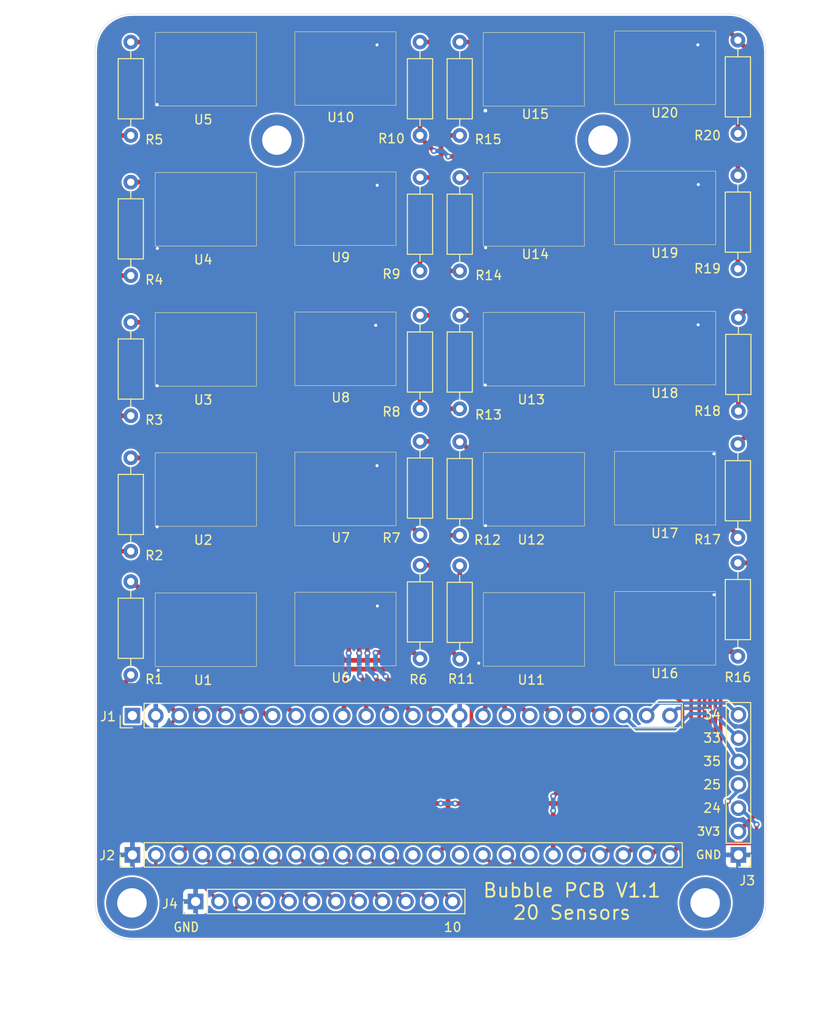
<source format=kicad_pcb>
(kicad_pcb (version 20200724) (host pcbnew "(5.99.0-2415-gbbdd3fce7)")
  (layers (0 "F.Cu" signal) (31 "B.Cu" signal) (34 "B.Paste" user) (35 "F.Paste" user) (36 "B.SilkS" user) (37 "F.SilkS" user) (38 "B.Mask" user) (39 "F.Mask" user) (44 "Edge.Cuts" user))
  (net 0 "")
  (net 1 "SCK")
  (net 2 "MISO")
  (net 3 "Net-(U1-Pad4)")
  (net 4 "+3V3")
  (net 5 "GND")
  (net 6 "VCC")
  (net 7 "SCK1")
  (net 8 "MOSI1")
  (net 9 "MOSI")
  (net 10 "MISO1")
  (net 11 "Net-(R1-Pad1)")
  (net 12 "Net-(R2-Pad1)")
  (net 13 "Net-(U2-Pad4)")
  (net 14 "ss3")
  (net 15 "ss4")
  (net 16 "ss5")
  (net 17 "ss6")
  (net 18 "ss7")
  (net 19 "ss8")
  (net 20 "ss9")
  (net 21 "ss10")
  (net 22 "ss11")
  (net 23 "ss12")
  (net 24 "ss13")
  (net 25 "ss14")
  (net 26 "ss15")
  (net 27 "ss16")
  (net 28 "gp1")
  (net 29 "gp2")
  (net 30 "gp4")
  (net 31 "gp3")
  (net 32 "ss20")
  (net 33 "ss21")
  (net 34 "ss22")
  (net 35 "ss23")
  (net 36 "ss24")
  (net 37 "gp5")
  (net 38 "gp6")
  (net 39 "gp7")
  (net 40 "gp8")
  (net 41 "gp9")
  (net 42 "gp10")
  (net 43 "gp11")
  (net 44 "gp12")
  (net 45 "gp13")
  (net 46 "gp14")
  (net 47 "gp15")
  (module "Connector_PinHeader_2.54mm:PinHeader_1x12_P2.54mm_Vertical" (layer "F.Cu") (at 42.418 149.352 90)
    (fp_text reference "J4" (at -0.254 -2.794 180) (layer "F.SilkS"))
    (fp_text value "PinHeader_1x12_P2.54mm_Vertical")
    (pad "1" thru_hole rect (at 0 0 90) (size 1.7 1.7) (drill 1) (layers *.Cu *.Mask) (net 5 "GND"))
    (pad "2" thru_hole oval (at 0 2.54 90) (size 1.7 1.7) (drill 1) (layers *.Cu *.Mask) (net 4 "+3V3"))
    (pad "3" thru_hole oval (at 0 5.08 90) (size 1.7 1.7) (drill 1) (layers *.Cu *.Mask) (net 38 "gp6"))
    (pad "4" thru_hole oval (at 0 7.62 90) (size 1.7 1.7) (drill 1) (layers *.Cu *.Mask) (net 39 "gp7"))
    (pad "5" thru_hole oval (at 0 10.16 90) (size 1.7 1.7) (drill 1) (layers *.Cu *.Mask) (net 40 "gp8"))
    (pad "6" thru_hole oval (at 0 12.7 90) (size 1.7 1.7) (drill 1) (layers *.Cu *.Mask) (net 41 "gp9"))
    (pad "7" thru_hole oval (at 0 15.24 90) (size 1.7 1.7) (drill 1) (layers *.Cu *.Mask) (net 42 "gp10"))
    (pad "8" thru_hole oval (at 0 17.78 90) (size 1.7 1.7) (drill 1) (layers *.Cu *.Mask) (net 43 "gp11"))
    (pad "9" thru_hole oval (at 0 20.32 90) (size 1.7 1.7) (drill 1) (layers *.Cu *.Mask) (net 44 "gp12"))
    (pad "10" thru_hole oval (at 0 22.86 90) (size 1.7 1.7) (drill 1) (layers *.Cu *.Mask) (net 45 "gp13"))
    (pad "11" thru_hole oval (at 0 25.4 90) (size 1.7 1.7) (drill 1) (layers *.Cu *.Mask) (net 46 "gp14"))
    (pad "12" thru_hole oval (at 0 27.94 90) (size 1.7 1.7) (drill 1) (layers *.Cu *.Mask) (net 47 "gp15"))
  )
  (module "MountingHole:MountingHole_3.2mm_M3_DIN965_Pad" (layer "F.Cu") (at 51.25 66.548)
    (fp_text reference "REF**" hide)
    (fp_text value "MountingHole_3.2mm_M3_DIN965_Pad")
    (pad "1" thru_hole circle (at 0 0) (size 5.6 5.6) (drill 3.2) (layers *.Cu *.Mask))
  )
  (module "MountingHole:MountingHole_3.2mm_M3_DIN965_Pad" (layer "F.Cu") (at 86.683 66.548)
    (fp_text reference "REF**" hide)
    (fp_text value "MountingHole_3.2mm_M3_DIN965_Pad")
    (pad "2" thru_hole circle (at 0 0) (size 5.6 5.6) (drill 3.2) (layers *.Cu *.Mask))
  )
  (module "Resistor_THT:R_Axial_DIN0207_L6.3mm_D2.5mm_P10.16mm_Horizontal" (layer "F.Cu") (at 66.802 122.936 90)
    (fp_text reference "R6" (at -2.284 -0.182 180) (layer "F.SilkS"))
    (fp_text value "3.3k")
    (pad "1" thru_hole circle (at 0 0 90) (size 1.6 1.6) (drill 0.8) (layers *.Cu *.Mask) (net 21 "ss10"))
    (pad "2" thru_hole oval (at 10.16 0 90) (size 1.6 1.6) (drill 0.8) (layers *.Cu *.Mask) (net 4 "+3V3"))
  )
  (module "Sensor:ABPMANN060KGSA3" (layer "F.Cu") (at 79.873 58.841 90)
    (fp_text reference "U15" (at -4.88 -0.54 unlocked) (layer "F.SilkS"))
    (fp_text value "ABPMANN060KGSA3")
    (pad "1" smd rect (at -2.54 -6 90) (size 0.65 1.75) (layers "F.Cu" "F.Paste" "F.Mask") (net 5 "GND"))
    (pad "2" smd rect (at 0 -6 90) (size 0.65 1.75) (layers "F.Cu" "F.Paste" "F.Mask") (net 4 "+3V3"))
    (pad "3" smd rect (at 2.54 -6 90) (size 0.65 1.75) (layers "F.Cu" "F.Paste" "F.Mask") (net 27 "ss16"))
    (pad "4" smd rect (at 2.54 4.6 90) (size 0.65 1.75) (layers "F.Cu" "F.Paste" "F.Mask") (net 13 "Net-(U2-Pad4)"))
    (pad "5" smd rect (at 0 4.6 90) (size 0.65 1.75) (layers "F.Cu" "F.Paste" "F.Mask") (net 10 "MISO1"))
    (pad "6" smd rect (at -2.54 4.6 90) (size 0.65 1.75) (layers "F.Cu" "F.Paste" "F.Mask") (net 7 "SCK1"))
  )
  (module "Sensor:ABPMANN060KGSA3" (layer "F.Cu") (at 79.883 89.281 90)
    (fp_text reference "U13" (at -5.49 -0.99 unlocked) (layer "F.SilkS"))
    (fp_text value "ABPMANN060KGSA3")
    (pad "1" smd rect (at -2.54 -6 90) (size 0.65 1.75) (layers "F.Cu" "F.Paste" "F.Mask") (net 5 "GND"))
    (pad "2" smd rect (at 0 -6 90) (size 0.65 1.75) (layers "F.Cu" "F.Paste" "F.Mask") (net 4 "+3V3"))
    (pad "3" smd rect (at 2.54 -6 90) (size 0.65 1.75) (layers "F.Cu" "F.Paste" "F.Mask") (net 24 "ss13"))
    (pad "4" smd rect (at 2.54 4.6 90) (size 0.65 1.75) (layers "F.Cu" "F.Paste" "F.Mask") (net 3 "Net-(U1-Pad4)"))
    (pad "5" smd rect (at 0 4.6 90) (size 0.65 1.75) (layers "F.Cu" "F.Paste" "F.Mask") (net 10 "MISO1"))
    (pad "6" smd rect (at -2.54 4.6 90) (size 0.65 1.75) (layers "F.Cu" "F.Paste" "F.Mask") (net 7 "SCK1"))
  )
  (module "Sensor:ABPMANN060KGSA3" (layer "F.Cu") (at 58 89.24 -90)
    (fp_text reference "U8" (at 5.31 -0.19 unlocked) (layer "F.SilkS"))
    (fp_text value "ABPMANN060KGSA3")
    (pad "1" smd rect (at -2.54 -6 270) (size 0.65 1.75) (layers "F.Cu" "F.Paste" "F.Mask") (net 5 "GND"))
    (pad "2" smd rect (at 0 -6 270) (size 0.65 1.75) (layers "F.Cu" "F.Paste" "F.Mask") (net 4 "+3V3"))
    (pad "3" smd rect (at 2.54 -6 270) (size 0.65 1.75) (layers "F.Cu" "F.Paste" "F.Mask") (net 19 "ss8"))
    (pad "4" smd rect (at 2.54 4.6 270) (size 0.65 1.75) (layers "F.Cu" "F.Paste" "F.Mask") (net 3 "Net-(U1-Pad4)"))
    (pad "5" smd rect (at 0 4.6 270) (size 0.65 1.75) (layers "F.Cu" "F.Paste" "F.Mask") (net 2 "MISO"))
    (pad "6" smd rect (at -2.54 4.6 270) (size 0.65 1.75) (layers "F.Cu" "F.Paste" "F.Mask") (net 1 "SCK"))
  )
  (module "Resistor_THT:R_Axial_DIN0207_L6.3mm_D2.5mm_P10.16mm_Horizontal" (layer "F.Cu") (at 66.802 66.04 90)
    (fp_text reference "R10" (at -0.34 -3.102 180) (layer "F.SilkS"))
    (fp_text value "3.3k")
    (pad "1" thru_hole circle (at 0 0 90) (size 1.6 1.6) (drill 0.8) (layers *.Cu *.Mask) (net 26 "ss15"))
    (pad "2" thru_hole oval (at 10.16 0 90) (size 1.6 1.6) (drill 0.8) (layers *.Cu *.Mask) (net 4 "+3V3"))
  )
  (module "Sensor:ABPMANN060KGSA3" (layer "F.Cu") (at 79.873 74.081 90)
    (fp_text reference "U14" (at -4.88 -0.54 unlocked) (layer "F.SilkS"))
    (fp_text value "ABPMANN060KGSA3")
    (pad "1" smd rect (at -2.54 -6 90) (size 0.65 1.75) (layers "F.Cu" "F.Paste" "F.Mask") (net 5 "GND"))
    (pad "2" smd rect (at 0 -6 90) (size 0.65 1.75) (layers "F.Cu" "F.Paste" "F.Mask") (net 4 "+3V3"))
    (pad "3" smd rect (at 2.54 -6 90) (size 0.65 1.75) (layers "F.Cu" "F.Paste" "F.Mask") (net 25 "ss14"))
    (pad "4" smd rect (at 2.54 4.6 90) (size 0.65 1.75) (layers "F.Cu" "F.Paste" "F.Mask") (net 13 "Net-(U2-Pad4)"))
    (pad "5" smd rect (at 0 4.6 90) (size 0.65 1.75) (layers "F.Cu" "F.Paste" "F.Mask") (net 10 "MISO1"))
    (pad "6" smd rect (at -2.54 4.6 90) (size 0.65 1.75) (layers "F.Cu" "F.Paste" "F.Mask") (net 7 "SCK1"))
  )
  (module "Resistor_THT:R_Axial_DIN0207_L6.3mm_D2.5mm_P10.16mm_Horizontal" (layer "F.Cu") (at 35.372201 114.554 -90)
    (fp_text reference "R1" (at 10.626 -2.547799 -180) (layer "F.SilkS"))
    (fp_text value "3.3k")
    (pad "1" thru_hole circle (at 0 0 270) (size 1.6 1.6) (drill 0.8) (layers *.Cu *.Mask) (net 11 "Net-(R1-Pad1)"))
    (pad "2" thru_hole oval (at 10.16 0 270) (size 1.6 1.6) (drill 0.8) (layers *.Cu *.Mask) (net 4 "+3V3"))
  )
  (module "Resistor_THT:R_Axial_DIN0207_L6.3mm_D2.5mm_P10.16mm_Horizontal" (layer "F.Cu") (at 66.802 95.758 90)
    (fp_text reference "R8" (at -0.34 -3.102 180) (layer "F.SilkS"))
    (fp_text value "3.3k")
    (pad "1" thru_hole circle (at 0 0 90) (size 1.6 1.6) (drill 0.8) (layers *.Cu *.Mask) (net 19 "ss8"))
    (pad "2" thru_hole oval (at 10.16 0 90) (size 1.6 1.6) (drill 0.8) (layers *.Cu *.Mask) (net 4 "+3V3"))
  )
  (module "Connector_PinHeader_2.54mm:PinHeader_1x24_P2.54mm_Vertical" (layer "F.Cu") (at 35.55 129.13 90)
    (fp_text reference "J1" (at -0.11 -2.65 180) (layer "F.SilkS"))
    (fp_text value "Conn_01x24_Female")
    (pad "1" thru_hole rect (at 0 0 90) (size 1.7 1.7) (drill 1) (layers *.Cu *.Mask) (net 6 "VCC"))
    (pad "2" thru_hole oval (at 0 2.54 90) (size 1.7 1.7) (drill 1) (layers *.Cu *.Mask) (net 5 "GND"))
    (pad "3" thru_hole oval (at 0 5.08 90) (size 1.7 1.7) (drill 1) (layers *.Cu *.Mask) (net 4 "+3V3"))
    (pad "4" thru_hole oval (at 0 7.62 90) (size 1.7 1.7) (drill 1) (layers *.Cu *.Mask) (net 11 "Net-(R1-Pad1)"))
    (pad "5" thru_hole oval (at 0 10.16 90) (size 1.7 1.7) (drill 1) (layers *.Cu *.Mask) (net 12 "Net-(R2-Pad1)"))
    (pad "6" thru_hole oval (at 0 12.7 90) (size 1.7 1.7) (drill 1) (layers *.Cu *.Mask) (net 14 "ss3"))
    (pad "7" thru_hole oval (at 0 15.24 90) (size 1.7 1.7) (drill 1) (layers *.Cu *.Mask) (net 15 "ss4"))
    (pad "8" thru_hole oval (at 0 17.78 90) (size 1.7 1.7) (drill 1) (layers *.Cu *.Mask) (net 16 "ss5"))
    (pad "9" thru_hole oval (at 0 20.32 90) (size 1.7 1.7) (drill 1) (layers *.Cu *.Mask) (net 17 "ss6"))
    (pad "10" thru_hole oval (at 0 22.86 90) (size 1.7 1.7) (drill 1) (layers *.Cu *.Mask) (net 18 "ss7"))
    (pad "11" thru_hole oval (at 0 25.4 90) (size 1.7 1.7) (drill 1) (layers *.Cu *.Mask) (net 19 "ss8"))
    (pad "12" thru_hole oval (at 0 27.94 90) (size 1.7 1.7) (drill 1) (layers *.Cu *.Mask) (net 20 "ss9"))
    (pad "13" thru_hole oval (at 0 30.48 90) (size 1.7 1.7) (drill 1) (layers *.Cu *.Mask) (net 21 "ss10"))
    (pad "14" thru_hole oval (at 0 33.02 90) (size 1.7 1.7) (drill 1) (layers *.Cu *.Mask) (net 1 "SCK"))
    (pad "15" thru_hole oval (at 0 35.56 90) (size 1.7 1.7) (drill 1) (layers *.Cu *.Mask) (net 5 "GND"))
    (pad "16" thru_hole oval (at 0 38.1 90) (size 1.7 1.7) (drill 1) (layers *.Cu *.Mask) (net 22 "ss11"))
    (pad "17" thru_hole oval (at 0 40.64 90) (size 1.7 1.7) (drill 1) (layers *.Cu *.Mask) (net 23 "ss12"))
    (pad "18" thru_hole oval (at 0 43.18 90) (size 1.7 1.7) (drill 1) (layers *.Cu *.Mask) (net 24 "ss13"))
    (pad "19" thru_hole oval (at 0 45.72 90) (size 1.7 1.7) (drill 1) (layers *.Cu *.Mask) (net 25 "ss14"))
    (pad "20" thru_hole oval (at 0 48.26 90) (size 1.7 1.7) (drill 1) (layers *.Cu *.Mask) (net 26 "ss15"))
    (pad "21" thru_hole oval (at 0 50.8 90) (size 1.7 1.7) (drill 1) (layers *.Cu *.Mask) (net 27 "ss16"))
    (pad "22" thru_hole oval (at 0 53.34 90) (size 1.7 1.7) (drill 1) (layers *.Cu *.Mask) (net 31 "gp3"))
    (pad "23" thru_hole oval (at 0 55.88 90) (size 1.7 1.7) (drill 1) (layers *.Cu *.Mask) (net 37 "gp5"))
    (pad "24" thru_hole oval (at 0 58.42 90) (size 1.7 1.7) (drill 1) (layers *.Cu *.Mask) (net 30 "gp4"))
  )
  (module "Connector_PinHeader_2.54mm:PinHeader_1x24_P2.54mm_Vertical" (layer "F.Cu") (at 35.55 144.28 90)
    (fp_text reference "J2" (at -0.06 -2.75 180) (layer "F.SilkS"))
    (fp_text value "Conn_01x24_Female")
    (pad "1" thru_hole rect (at 0 0 90) (size 1.7 1.7) (drill 1) (layers *.Cu *.Mask) (net 5 "GND"))
    (pad "2" thru_hole oval (at 0 2.54 90) (size 1.7 1.7) (drill 1) (layers *.Cu *.Mask) (net 38 "gp6"))
    (pad "3" thru_hole oval (at 0 5.08 90) (size 1.7 1.7) (drill 1) (layers *.Cu *.Mask) (net 10 "MISO1"))
    (pad "4" thru_hole oval (at 0 7.62 90) (size 1.7 1.7) (drill 1) (layers *.Cu *.Mask) (net 39 "gp7"))
    (pad "5" thru_hole oval (at 0 10.16 90) (size 1.7 1.7) (drill 1) (layers *.Cu *.Mask) (net 40 "gp8"))
    (pad "6" thru_hole oval (at 0 12.7 90) (size 1.7 1.7) (drill 1) (layers *.Cu *.Mask) (net 41 "gp9"))
    (pad "7" thru_hole oval (at 0 15.24 90) (size 1.7 1.7) (drill 1) (layers *.Cu *.Mask) (net 42 "gp10"))
    (pad "8" thru_hole oval (at 0 17.78 90) (size 1.7 1.7) (drill 1) (layers *.Cu *.Mask) (net 43 "gp11"))
    (pad "9" thru_hole oval (at 0 20.32 90) (size 1.7 1.7) (drill 1) (layers *.Cu *.Mask) (net 44 "gp12"))
    (pad "10" thru_hole oval (at 0 22.86 90) (size 1.7 1.7) (drill 1) (layers *.Cu *.Mask) (net 45 "gp13"))
    (pad "11" thru_hole oval (at 0 25.4 90) (size 1.7 1.7) (drill 1) (layers *.Cu *.Mask) (net 46 "gp14"))
    (pad "12" thru_hole oval (at 0 27.94 90) (size 1.7 1.7) (drill 1) (layers *.Cu *.Mask) (net 47 "gp15"))
    (pad "13" thru_hole oval (at 0 30.48 90) (size 1.7 1.7) (drill 1) (layers *.Cu *.Mask) (net 9 "MOSI"))
    (pad "14" thru_hole oval (at 0 33.02 90) (size 1.7 1.7) (drill 1) (layers *.Cu *.Mask) (net 2 "MISO"))
    (pad "15" thru_hole oval (at 0 35.56 90) (size 1.7 1.7) (drill 1) (layers *.Cu *.Mask) (net 4 "+3V3"))
    (pad "16" thru_hole oval (at 0 38.1 90) (size 1.7 1.7) (drill 1) (layers *.Cu *.Mask) (net 28 "gp1"))
    (pad "17" thru_hole oval (at 0 40.64 90) (size 1.7 1.7) (drill 1) (layers *.Cu *.Mask) (net 29 "gp2"))
    (pad "18" thru_hole oval (at 0 43.18 90) (size 1.7 1.7) (drill 1) (layers *.Cu *.Mask) (net 8 "MOSI1"))
    (pad "19" thru_hole oval (at 0 45.72 90) (size 1.7 1.7) (drill 1) (layers *.Cu *.Mask) (net 7 "SCK1"))
    (pad "20" thru_hole oval (at 0 48.26 90) (size 1.7 1.7) (drill 1) (layers *.Cu *.Mask) (net 32 "ss20"))
    (pad "21" thru_hole oval (at 0 50.8 90) (size 1.7 1.7) (drill 1) (layers *.Cu *.Mask) (net 33 "ss21"))
    (pad "22" thru_hole oval (at 0 53.34 90) (size 1.7 1.7) (drill 1) (layers *.Cu *.Mask) (net 34 "ss22"))
    (pad "23" thru_hole oval (at 0 55.88 90) (size 1.7 1.7) (drill 1) (layers *.Cu *.Mask) (net 35 "ss23"))
    (pad "24" thru_hole oval (at 0 58.42 90) (size 1.7 1.7) (drill 1) (layers *.Cu *.Mask) (net 36 "ss24"))
  )
  (module "Resistor_THT:R_Axial_DIN0207_L6.3mm_D2.5mm_P10.16mm_Horizontal" (layer "F.Cu") (at 35.372201 71.12 -90)
    (fp_text reference "R4" (at 10.626 -2.547799 -180) (layer "F.SilkS"))
    (fp_text value "3.3k")
    (pad "1" thru_hole circle (at 0 0 270) (size 1.6 1.6) (drill 0.8) (layers *.Cu *.Mask) (net 15 "ss4"))
    (pad "2" thru_hole oval (at 10.16 0 270) (size 1.6 1.6) (drill 0.8) (layers *.Cu *.Mask) (net 4 "+3V3"))
  )
  (module "Sensor:ABPMANN060KGSA3" (layer "F.Cu") (at 92.74 89.16 -90)
    (fp_text reference "U18" (at 4.9 -0.66 unlocked) (layer "F.SilkS"))
    (fp_text value "ABPMANN060KGSA3")
    (pad "1" smd rect (at -2.54 -6 270) (size 0.65 1.75) (layers "F.Cu" "F.Paste" "F.Mask") (net 5 "GND"))
    (pad "2" smd rect (at 0 -6 270) (size 0.65 1.75) (layers "F.Cu" "F.Paste" "F.Mask") (net 4 "+3V3"))
    (pad "3" smd rect (at 2.54 -6 270) (size 0.65 1.75) (layers "F.Cu" "F.Paste" "F.Mask") (net 34 "ss22"))
    (pad "4" smd rect (at 2.54 4.6 270) (size 0.65 1.75) (layers "F.Cu" "F.Paste" "F.Mask") (net 13 "Net-(U2-Pad4)"))
    (pad "5" smd rect (at 0 4.6 270) (size 0.65 1.75) (layers "F.Cu" "F.Paste" "F.Mask") (net 10 "MISO1"))
    (pad "6" smd rect (at -2.54 4.6 270) (size 0.65 1.75) (layers "F.Cu" "F.Paste" "F.Mask") (net 7 "SCK1"))
  )
  (module "Connector_PinHeader_2.54mm:PinHeader_1x07_P2.54mm_Vertical" (layer "F.Cu") (at 101.41 144.28 180)
    (fp_text reference "J3" (at -0.952 -2.8) (layer "F.SilkS"))
    (fp_text value "Conn_01x07_Male")
    (pad "1" thru_hole rect (at 0 0 180) (size 1.7 1.7) (drill 1) (layers *.Cu *.Mask) (net 5 "GND"))
    (pad "2" thru_hole oval (at 0 2.54 180) (size 1.7 1.7) (drill 1) (layers *.Cu *.Mask) (net 4 "+3V3"))
    (pad "3" thru_hole oval (at 0 5.08 180) (size 1.7 1.7) (drill 1) (layers *.Cu *.Mask) (net 28 "gp1"))
    (pad "4" thru_hole oval (at 0 7.62 180) (size 1.7 1.7) (drill 1) (layers *.Cu *.Mask) (net 29 "gp2"))
    (pad "5" thru_hole oval (at 0 10.16 180) (size 1.7 1.7) (drill 1) (layers *.Cu *.Mask) (net 31 "gp3"))
    (pad "6" thru_hole oval (at 0 12.7 180) (size 1.7 1.7) (drill 1) (layers *.Cu *.Mask) (net 30 "gp4"))
    (pad "7" thru_hole oval (at 0 15.24 180) (size 1.7 1.7) (drill 1) (layers *.Cu *.Mask) (net 37 "gp5"))
  )
  (module "Sensor:ABPMANN060KGSA3" (layer "F.Cu") (at 44.230201 89.31 90)
    (fp_text reference "U3" (at -5.49 -0.99 unlocked) (layer "F.SilkS"))
    (fp_text value "ABPMANN060KGSA3")
    (pad "1" smd rect (at -2.54 -6 90) (size 0.65 1.75) (layers "F.Cu" "F.Paste" "F.Mask") (net 5 "GND"))
    (pad "2" smd rect (at 0 -6 90) (size 0.65 1.75) (layers "F.Cu" "F.Paste" "F.Mask") (net 4 "+3V3"))
    (pad "3" smd rect (at 2.54 -6 90) (size 0.65 1.75) (layers "F.Cu" "F.Paste" "F.Mask") (net 14 "ss3"))
    (pad "4" smd rect (at 2.54 4.6 90) (size 0.65 1.75) (layers "F.Cu" "F.Paste" "F.Mask") (net 3 "Net-(U1-Pad4)"))
    (pad "5" smd rect (at 0 4.6 90) (size 0.65 1.75) (layers "F.Cu" "F.Paste" "F.Mask") (net 2 "MISO"))
    (pad "6" smd rect (at -2.54 4.6 90) (size 0.65 1.75) (layers "F.Cu" "F.Paste" "F.Mask") (net 1 "SCK"))
  )
  (module "Resistor_THT:R_Axial_DIN0207_L6.3mm_D2.5mm_P10.16mm_Horizontal" (layer "F.Cu") (at 101.346 122.682 90)
    (fp_text reference "R16" (at -2.286 0 180) (layer "F.SilkS"))
    (fp_text value "3.3k")
    (pad "1" thru_hole circle (at 0 0 90) (size 1.6 1.6) (drill 0.8) (layers *.Cu *.Mask) (net 36 "ss24"))
    (pad "2" thru_hole oval (at 10.16 0 90) (size 1.6 1.6) (drill 0.8) (layers *.Cu *.Mask) (net 4 "+3V3"))
  )
  (module "Sensor:ABPMANN060KGSA3" (layer "F.Cu") (at 92.74 104.4 -90)
    (fp_text reference "U17" (at 4.9 -0.66 unlocked) (layer "F.SilkS"))
    (fp_text value "ABPMANN060KGSA3")
    (pad "1" smd rect (at -2.54 -6 270) (size 0.65 1.75) (layers "F.Cu" "F.Paste" "F.Mask") (net 5 "GND"))
    (pad "2" smd rect (at 0 -6 270) (size 0.65 1.75) (layers "F.Cu" "F.Paste" "F.Mask") (net 4 "+3V3"))
    (pad "3" smd rect (at 2.54 -6 270) (size 0.65 1.75) (layers "F.Cu" "F.Paste" "F.Mask") (net 35 "ss23"))
    (pad "4" smd rect (at 2.54 4.6 270) (size 0.65 1.75) (layers "F.Cu" "F.Paste" "F.Mask") (net 13 "Net-(U2-Pad4)"))
    (pad "5" smd rect (at 0 4.6 270) (size 0.65 1.75) (layers "F.Cu" "F.Paste" "F.Mask") (net 10 "MISO1"))
    (pad "6" smd rect (at -2.54 4.6 270) (size 0.65 1.75) (layers "F.Cu" "F.Paste" "F.Mask") (net 7 "SCK1"))
  )
  (module "Sensor:ABPMANN060KGSA3" (layer "F.Cu") (at 92.74 58.68 -90)
    (fp_text reference "U20" (at 4.9 -0.66 unlocked) (layer "F.SilkS"))
    (fp_text value "ABPMANN060KGSA3")
    (pad "1" smd rect (at -2.54 -6 270) (size 0.65 1.75) (layers "F.Cu" "F.Paste" "F.Mask") (net 5 "GND"))
    (pad "2" smd rect (at 0 -6 270) (size 0.65 1.75) (layers "F.Cu" "F.Paste" "F.Mask") (net 4 "+3V3"))
    (pad "3" smd rect (at 2.54 -6 270) (size 0.65 1.75) (layers "F.Cu" "F.Paste" "F.Mask") (net 32 "ss20"))
    (pad "4" smd rect (at 2.54 4.6 270) (size 0.65 1.75) (layers "F.Cu" "F.Paste" "F.Mask") (net 13 "Net-(U2-Pad4)"))
    (pad "5" smd rect (at 0 4.6 270) (size 0.65 1.75) (layers "F.Cu" "F.Paste" "F.Mask") (net 10 "MISO1"))
    (pad "6" smd rect (at -2.54 4.6 270) (size 0.65 1.75) (layers "F.Cu" "F.Paste" "F.Mask") (net 7 "SCK1"))
  )
  (module "Resistor_THT:R_Axial_DIN0207_L6.3mm_D2.5mm_P10.16mm_Horizontal" (layer "F.Cu") (at 101.346 80.543181 90)
    (fp_text reference "R19" (at 0.025181 -3.302 180) (layer "F.SilkS"))
    (fp_text value "3.3k")
    (pad "1" thru_hole circle (at 0 0 90) (size 1.6 1.6) (drill 0.8) (layers *.Cu *.Mask) (net 33 "ss21"))
    (pad "2" thru_hole oval (at 10.16 0 90) (size 1.6 1.6) (drill 0.8) (layers *.Cu *.Mask) (net 4 "+3V3"))
  )
  (module "Sensor:ABPMANN060KGSA3" (layer "F.Cu") (at 92.74 119.64 -90)
    (fp_text reference "U16" (at 4.9 -0.66 unlocked) (layer "F.SilkS"))
    (fp_text value "ABPMANN060KGSA3")
    (pad "1" smd rect (at -2.54 -6 270) (size 0.65 1.75) (layers "F.Cu" "F.Paste" "F.Mask") (net 5 "GND"))
    (pad "2" smd rect (at 0 -6 270) (size 0.65 1.75) (layers "F.Cu" "F.Paste" "F.Mask") (net 4 "+3V3"))
    (pad "3" smd rect (at 2.54 -6 270) (size 0.65 1.75) (layers "F.Cu" "F.Paste" "F.Mask") (net 36 "ss24"))
    (pad "4" smd rect (at 2.54 4.6 270) (size 0.65 1.75) (layers "F.Cu" "F.Paste" "F.Mask") (net 13 "Net-(U2-Pad4)"))
    (pad "5" smd rect (at 0 4.6 270) (size 0.65 1.75) (layers "F.Cu" "F.Paste" "F.Mask") (net 10 "MISO1"))
    (pad "6" smd rect (at -2.54 4.6 270) (size 0.65 1.75) (layers "F.Cu" "F.Paste" "F.Mask") (net 7 "SCK1"))
  )
  (module "Resistor_THT:R_Axial_DIN0207_L6.3mm_D2.5mm_P10.16mm_Horizontal" (layer "F.Cu") (at 35.372201 55.88 -90)
    (fp_text reference "R5" (at 10.626 -2.547799 -180) (layer "F.SilkS"))
    (fp_text value "3.3k")
    (pad "1" thru_hole circle (at 0 0 270) (size 1.6 1.6) (drill 0.8) (layers *.Cu *.Mask) (net 16 "ss5"))
    (pad "2" thru_hole oval (at 10.16 0 270) (size 1.6 1.6) (drill 0.8) (layers *.Cu *.Mask) (net 4 "+3V3"))
  )
  (module "Resistor_THT:R_Axial_DIN0207_L6.3mm_D2.5mm_P10.16mm_Horizontal" (layer "F.Cu") (at 71.12 99.3648 -90)
    (fp_text reference "R12" (at 10.6752 -3.01 -180) (layer "F.SilkS"))
    (fp_text value "3.3k")
    (pad "1" thru_hole circle (at 0 0 270) (size 1.6 1.6) (drill 0.8) (layers *.Cu *.Mask) (net 23 "ss12"))
    (pad "2" thru_hole oval (at 10.16 0 270) (size 1.6 1.6) (drill 0.8) (layers *.Cu *.Mask) (net 4 "+3V3"))
  )
  (module "Sensor:ABPMANN060KGSA3" (layer "F.Cu") (at 79.883 104.521 90)
    (fp_text reference "U12" (at -5.49 -0.99 unlocked) (layer "F.SilkS"))
    (fp_text value "ABPMANN060KGSA3")
    (pad "1" smd rect (at -2.54 -6 90) (size 0.65 1.75) (layers "F.Cu" "F.Paste" "F.Mask") (net 5 "GND"))
    (pad "2" smd rect (at 0 -6 90) (size 0.65 1.75) (layers "F.Cu" "F.Paste" "F.Mask") (net 4 "+3V3"))
    (pad "3" smd rect (at 2.54 -6 90) (size 0.65 1.75) (layers "F.Cu" "F.Paste" "F.Mask") (net 23 "ss12"))
    (pad "4" smd rect (at 2.54 4.6 90) (size 0.65 1.75) (layers "F.Cu" "F.Paste" "F.Mask") (net 3 "Net-(U1-Pad4)"))
    (pad "5" smd rect (at 0 4.6 90) (size 0.65 1.75) (layers "F.Cu" "F.Paste" "F.Mask") (net 10 "MISO1"))
    (pad "6" smd rect (at -2.54 4.6 90) (size 0.65 1.75) (layers "F.Cu" "F.Paste" "F.Mask") (net 7 "SCK1"))
  )
  (module "Sensor:ABPMANN060KGSA3" (layer "F.Cu") (at 44.230201 58.83 90)
    (fp_text reference "U5" (at -5.49 -0.99 unlocked) (layer "F.SilkS"))
    (fp_text value "ABPMANN060KGSA3")
    (pad "1" smd rect (at -2.54 -6 90) (size 0.65 1.75) (layers "F.Cu" "F.Paste" "F.Mask") (net 5 "GND"))
    (pad "2" smd rect (at 0 -6 90) (size 0.65 1.75) (layers "F.Cu" "F.Paste" "F.Mask") (net 4 "+3V3"))
    (pad "3" smd rect (at 2.54 -6 90) (size 0.65 1.75) (layers "F.Cu" "F.Paste" "F.Mask") (net 16 "ss5"))
    (pad "4" smd rect (at 2.54 4.6 90) (size 0.65 1.75) (layers "F.Cu" "F.Paste" "F.Mask") (net 3 "Net-(U1-Pad4)"))
    (pad "5" smd rect (at 0 4.6 90) (size 0.65 1.75) (layers "F.Cu" "F.Paste" "F.Mask") (net 2 "MISO"))
    (pad "6" smd rect (at -2.54 4.6 90) (size 0.65 1.75) (layers "F.Cu" "F.Paste" "F.Mask") (net 1 "SCK"))
  )
  (module "MountingHole:MountingHole_3.2mm_M3_DIN965_Pad" (layer "F.Cu") (at 97.79 149.5)
    (fp_text reference "REF**" hide)
    (fp_text value "MountingHole_3.2mm_M3_DIN965_Pad")
    (pad "4" thru_hole circle (at 0 0) (size 5.6 5.6) (drill 3.2) (layers *.Cu *.Mask))
  )
  (module "Sensor:ABPMANN060KGSA3" (layer "F.Cu") (at 58 119.72 -90)
    (fp_text reference "U6" (at 5.31 -0.19 unlocked) (layer "F.SilkS"))
    (fp_text value "ABPMANN060KGSA3")
    (pad "1" smd rect (at -2.54 -6 270) (size 0.65 1.75) (layers "F.Cu" "F.Paste" "F.Mask") (net 5 "GND"))
    (pad "2" smd rect (at 0 -6 270) (size 0.65 1.75) (layers "F.Cu" "F.Paste" "F.Mask") (net 4 "+3V3"))
    (pad "3" smd rect (at 2.54 -6 270) (size 0.65 1.75) (layers "F.Cu" "F.Paste" "F.Mask") (net 21 "ss10"))
    (pad "4" smd rect (at 2.54 4.6 270) (size 0.65 1.75) (layers "F.Cu" "F.Paste" "F.Mask") (net 3 "Net-(U1-Pad4)"))
    (pad "5" smd rect (at 0 4.6 270) (size 0.65 1.75) (layers "F.Cu" "F.Paste" "F.Mask") (net 2 "MISO"))
    (pad "6" smd rect (at -2.54 4.6 270) (size 0.65 1.75) (layers "F.Cu" "F.Paste" "F.Mask") (net 1 "SCK"))
  )
  (module "MountingHole:MountingHole_3.2mm_M3_DIN965_Pad" (layer "F.Cu") (at 35.5 149.5)
    (fp_text reference "a" hide)
    (fp_text value "MountingHole_3.2mm_M3_DIN965_Pad")
    (pad "3" thru_hole circle (at 0 0) (size 5.6 5.6) (drill 3.2) (layers *.Cu *.Mask))
  )
  (module "Resistor_THT:R_Axial_DIN0207_L6.3mm_D2.5mm_P10.16mm_Horizontal" (layer "F.Cu") (at 71.12 112.8268 -90)
    (fp_text reference "R11" (at 12.3232 -0.17 -180) (layer "F.SilkS"))
    (fp_text value "3.3k")
    (pad "1" thru_hole circle (at 0 0 270) (size 1.6 1.6) (drill 0.8) (layers *.Cu *.Mask) (net 22 "ss11"))
    (pad "2" thru_hole oval (at 10.16 0 270) (size 1.6 1.6) (drill 0.8) (layers *.Cu *.Mask) (net 4 "+3V3"))
  )
  (module "Resistor_THT:R_Axial_DIN0207_L6.3mm_D2.5mm_P10.16mm_Horizontal" (layer "F.Cu") (at 66.802 80.772 90)
    (fp_text reference "R9" (at -0.34 -3.102 180) (layer "F.SilkS"))
    (fp_text value "3.3k")
    (pad "1" thru_hole circle (at 0 0 90) (size 1.6 1.6) (drill 0.8) (layers *.Cu *.Mask) (net 18 "ss7"))
    (pad "2" thru_hole oval (at 10.16 0 90) (size 1.6 1.6) (drill 0.8) (layers *.Cu *.Mask) (net 4 "+3V3"))
  )
  (module "Sensor:ABPMANN060KGSA3" (layer "F.Cu") (at 44.230201 104.55 90)
    (fp_text reference "U2" (at -5.49 -0.99 unlocked) (layer "F.SilkS"))
    (fp_text value "ABPMANN060KGSA3")
    (pad "1" smd rect (at -2.54 -6 90) (size 0.65 1.75) (layers "F.Cu" "F.Paste" "F.Mask") (net 5 "GND"))
    (pad "2" smd rect (at 0 -6 90) (size 0.65 1.75) (layers "F.Cu" "F.Paste" "F.Mask") (net 4 "+3V3"))
    (pad "3" smd rect (at 2.54 -6 90) (size 0.65 1.75) (layers "F.Cu" "F.Paste" "F.Mask") (net 12 "Net-(R2-Pad1)"))
    (pad "4" smd rect (at 2.54 4.6 90) (size 0.65 1.75) (layers "F.Cu" "F.Paste" "F.Mask") (net 3 "Net-(U1-Pad4)"))
    (pad "5" smd rect (at 0 4.6 90) (size 0.65 1.75) (layers "F.Cu" "F.Paste" "F.Mask") (net 2 "MISO"))
    (pad "6" smd rect (at -2.54 4.6 90) (size 0.65 1.75) (layers "F.Cu" "F.Paste" "F.Mask") (net 1 "SCK"))
  )
  (module "Resistor_THT:R_Axial_DIN0207_L6.3mm_D2.5mm_P10.16mm_Horizontal" (layer "F.Cu") (at 66.802 109.474 90)
    (fp_text reference "R7" (at -0.34 -3.102 180) (layer "F.SilkS"))
    (fp_text value "3.3k")
    (pad "1" thru_hole circle (at 0 0 90) (size 1.6 1.6) (drill 0.8) (layers *.Cu *.Mask) (net 20 "ss9"))
    (pad "2" thru_hole oval (at 10.16 0 90) (size 1.6 1.6) (drill 0.8) (layers *.Cu *.Mask) (net 4 "+3V3"))
  )
  (module "Resistor_THT:R_Axial_DIN0207_L6.3mm_D2.5mm_P10.16mm_Horizontal" (layer "F.Cu") (at 35.372201 86.36 -90)
    (fp_text reference "R3" (at 10.626 -2.547799 -180) (layer "F.SilkS"))
    (fp_text value "3.3k")
    (pad "1" thru_hole circle (at 0 0 270) (size 1.6 1.6) (drill 0.8) (layers *.Cu *.Mask) (net 14 "ss3"))
    (pad "2" thru_hole oval (at 10.16 0 270) (size 1.6 1.6) (drill 0.8) (layers *.Cu *.Mask) (net 4 "+3V3"))
  )
  (module "Resistor_THT:R_Axial_DIN0207_L6.3mm_D2.5mm_P10.16mm_Horizontal" (layer "F.Cu") (at 101.346 109.756737 90)
    (fp_text reference "R17" (at -0.225263 -3.302 180) (layer "F.SilkS"))
    (fp_text value "3.3k")
    (pad "1" thru_hole circle (at 0 0 90) (size 1.6 1.6) (drill 0.8) (layers *.Cu *.Mask) (net 35 "ss23"))
    (pad "2" thru_hole oval (at 10.16 0 90) (size 1.6 1.6) (drill 0.8) (layers *.Cu *.Mask) (net 4 "+3V3"))
  )
  (module "Sensor:ABPMANN060KGSA3" (layer "F.Cu") (at 58 58.76 -90)
    (fp_text reference "U10" (at 5.31 -0.19 unlocked) (layer "F.SilkS"))
    (fp_text value "ABPMANN060KGSA3")
    (pad "1" smd rect (at -2.54 -6 270) (size 0.65 1.75) (layers "F.Cu" "F.Paste" "F.Mask") (net 5 "GND"))
    (pad "2" smd rect (at 0 -6 270) (size 0.65 1.75) (layers "F.Cu" "F.Paste" "F.Mask") (net 4 "+3V3"))
    (pad "3" smd rect (at 2.54 -6 270) (size 0.65 1.75) (layers "F.Cu" "F.Paste" "F.Mask") (net 26 "ss15"))
    (pad "4" smd rect (at 2.54 4.6 270) (size 0.65 1.75) (layers "F.Cu" "F.Paste" "F.Mask") (net 3 "Net-(U1-Pad4)"))
    (pad "5" smd rect (at 0 4.6 270) (size 0.65 1.75) (layers "F.Cu" "F.Paste" "F.Mask") (net 2 "MISO"))
    (pad "6" smd rect (at -2.54 4.6 270) (size 0.65 1.75) (layers "F.Cu" "F.Paste" "F.Mask") (net 1 "SCK"))
  )
  (module "Resistor_THT:R_Axial_DIN0207_L6.3mm_D2.5mm_P10.16mm_Horizontal" (layer "F.Cu") (at 71.12 85.598 -90)
    (fp_text reference "R13" (at 10.822 -3.12 180) (layer "F.SilkS"))
    (fp_text value "3.3k")
    (pad "1" thru_hole circle (at 0 0 270) (size 1.6 1.6) (drill 0.8) (layers *.Cu *.Mask) (net 24 "ss13"))
    (pad "2" thru_hole oval (at 10.16 0 270) (size 1.6 1.6) (drill 0.8) (layers *.Cu *.Mask) (net 4 "+3V3"))
  )
  (module "Resistor_THT:R_Axial_DIN0207_L6.3mm_D2.5mm_P10.16mm_Horizontal" (layer "F.Cu") (at 35.372201 101.092 -90)
    (fp_text reference "R2" (at 10.626 -2.547799 -180) (layer "F.SilkS"))
    (fp_text value "3.3k")
    (pad "1" thru_hole circle (at 0 0 270) (size 1.6 1.6) (drill 0.8) (layers *.Cu *.Mask) (net 12 "Net-(R2-Pad1)"))
    (pad "2" thru_hole oval (at 10.16 0 270) (size 1.6 1.6) (drill 0.8) (layers *.Cu *.Mask) (net 4 "+3V3"))
  )
  (module "Sensor:ABPMANN060KGSA3" (layer "F.Cu") (at 44.230201 74.07 90)
    (fp_text reference "U4" (at -5.49 -0.99 unlocked) (layer "F.SilkS"))
    (fp_text value "ABPMANN060KGSA3")
    (pad "1" smd rect (at -2.54 -6 90) (size 0.65 1.75) (layers "F.Cu" "F.Paste" "F.Mask") (net 5 "GND"))
    (pad "2" smd rect (at 0 -6 90) (size 0.65 1.75) (layers "F.Cu" "F.Paste" "F.Mask") (net 4 "+3V3"))
    (pad "3" smd rect (at 2.54 -6 90) (size 0.65 1.75) (layers "F.Cu" "F.Paste" "F.Mask") (net 15 "ss4"))
    (pad "4" smd rect (at 2.54 4.6 90) (size 0.65 1.75) (layers "F.Cu" "F.Paste" "F.Mask") (net 3 "Net-(U1-Pad4)"))
    (pad "5" smd rect (at 0 4.6 90) (size 0.65 1.75) (layers "F.Cu" "F.Paste" "F.Mask") (net 2 "MISO"))
    (pad "6" smd rect (at -2.54 4.6 90) (size 0.65 1.75) (layers "F.Cu" "F.Paste" "F.Mask") (net 1 "SCK"))
  )
  (module "Sensor:ABPMANN060KGSA3" (layer "F.Cu") (at 58 104.48 -90)
    (fp_text reference "U7" (at 5.31 -0.19 unlocked) (layer "F.SilkS"))
    (fp_text value "ABPMANN060KGSA3")
    (pad "1" smd rect (at -2.54 -6 270) (size 0.65 1.75) (layers "F.Cu" "F.Paste" "F.Mask") (net 5 "GND"))
    (pad "2" smd rect (at 0 -6 270) (size 0.65 1.75) (layers "F.Cu" "F.Paste" "F.Mask") (net 4 "+3V3"))
    (pad "3" smd rect (at 2.54 -6 270) (size 0.65 1.75) (layers "F.Cu" "F.Paste" "F.Mask") (net 20 "ss9"))
    (pad "4" smd rect (at 2.54 4.6 270) (size 0.65 1.75) (layers "F.Cu" "F.Paste" "F.Mask") (net 3 "Net-(U1-Pad4)"))
    (pad "5" smd rect (at 0 4.6 270) (size 0.65 1.75) (layers "F.Cu" "F.Paste" "F.Mask") (net 2 "MISO"))
    (pad "6" smd rect (at -2.54 4.6 270) (size 0.65 1.75) (layers "F.Cu" "F.Paste" "F.Mask") (net 1 "SCK"))
  )
  (module "Sensor:ABPMANN060KGSA3" (layer "F.Cu") (at 58 74 -90)
    (fp_text reference "U9" (at 5.31 -0.19 unlocked) (layer "F.SilkS"))
    (fp_text value "ABPMANN060KGSA3")
    (pad "1" smd rect (at -2.54 -6 270) (size 0.65 1.75) (layers "F.Cu" "F.Paste" "F.Mask") (net 5 "GND"))
    (pad "2" smd rect (at 0 -6 270) (size 0.65 1.75) (layers "F.Cu" "F.Paste" "F.Mask") (net 4 "+3V3"))
    (pad "3" smd rect (at 2.54 -6 270) (size 0.65 1.75) (layers "F.Cu" "F.Paste" "F.Mask") (net 18 "ss7"))
    (pad "4" smd rect (at 2.54 4.6 270) (size 0.65 1.75) (layers "F.Cu" "F.Paste" "F.Mask") (net 3 "Net-(U1-Pad4)"))
    (pad "5" smd rect (at 0 4.6 270) (size 0.65 1.75) (layers "F.Cu" "F.Paste" "F.Mask") (net 2 "MISO"))
    (pad "6" smd rect (at -2.54 4.6 270) (size 0.65 1.75) (layers "F.Cu" "F.Paste" "F.Mask") (net 1 "SCK"))
  )
  (module "Sensor:ABPMANN060KGSA3" (layer "F.Cu") (at 44.230201 119.79 90)
    (fp_text reference "U1" (at -5.49 -0.99 unlocked) (layer "F.SilkS"))
    (fp_text value "ABPMANN060KGSA3")
    (pad "1" smd rect (at -2.54 -6 90) (size 0.65 1.75) (layers "F.Cu" "F.Paste" "F.Mask") (net 5 "GND"))
    (pad "2" smd rect (at 0 -6 90) (size 0.65 1.75) (layers "F.Cu" "F.Paste" "F.Mask") (net 4 "+3V3"))
    (pad "3" smd rect (at 2.54 -6 90) (size 0.65 1.75) (layers "F.Cu" "F.Paste" "F.Mask") (net 11 "Net-(R1-Pad1)"))
    (pad "4" smd rect (at 2.54 4.6 90) (size 0.65 1.75) (layers "F.Cu" "F.Paste" "F.Mask") (net 3 "Net-(U1-Pad4)"))
    (pad "5" smd rect (at 0 4.6 90) (size 0.65 1.75) (layers "F.Cu" "F.Paste" "F.Mask") (net 2 "MISO"))
    (pad "6" smd rect (at -2.54 4.6 90) (size 0.65 1.75) (layers "F.Cu" "F.Paste" "F.Mask") (net 1 "SCK"))
  )
  (module "Resistor_THT:R_Axial_DIN0207_L6.3mm_D2.5mm_P10.16mm_Horizontal" (layer "F.Cu") (at 71.12 55.88 -90)
    (fp_text reference "R15" (at 10.59 -3.09) (layer "F.SilkS"))
    (fp_text value "3.3k")
    (pad "1" thru_hole circle (at 0 0 270) (size 1.6 1.6) (drill 0.8) (layers *.Cu *.Mask) (net 27 "ss16"))
    (pad "2" thru_hole oval (at 10.16 0 270) (size 1.6 1.6) (drill 0.8) (layers *.Cu *.Mask) (net 4 "+3V3"))
  )
  (module "Resistor_THT:R_Axial_DIN0207_L6.3mm_D2.5mm_P10.16mm_Horizontal" (layer "F.Cu") (at 71.12 70.612 -90)
    (fp_text reference "R14" (at 10.648 -3.15 180) (layer "F.SilkS"))
    (fp_text value "3.3k")
    (pad "1" thru_hole circle (at 0 0 270) (size 1.6 1.6) (drill 0.8) (layers *.Cu *.Mask) (net 25 "ss14"))
    (pad "2" thru_hole oval (at 10.16 0 270) (size 1.6 1.6) (drill 0.8) (layers *.Cu *.Mask) (net 4 "+3V3"))
  )
  (module "Sensor:ABPMANN060KGSA3" (layer "F.Cu") (at 92.74 73.92 -90)
    (fp_text reference "U19" (at 4.9 -0.66 unlocked) (layer "F.SilkS"))
    (fp_text value "ABPMANN060KGSA3")
    (pad "1" smd rect (at -2.54 -6 270) (size 0.65 1.75) (layers "F.Cu" "F.Paste" "F.Mask") (net 5 "GND"))
    (pad "2" smd rect (at 0 -6 270) (size 0.65 1.75) (layers "F.Cu" "F.Paste" "F.Mask") (net 4 "+3V3"))
    (pad "3" smd rect (at 2.54 -6 270) (size 0.65 1.75) (layers "F.Cu" "F.Paste" "F.Mask") (net 33 "ss21"))
    (pad "4" smd rect (at 2.54 4.6 270) (size 0.65 1.75) (layers "F.Cu" "F.Paste" "F.Mask") (net 13 "Net-(U2-Pad4)"))
    (pad "5" smd rect (at 0 4.6 270) (size 0.65 1.75) (layers "F.Cu" "F.Paste" "F.Mask") (net 10 "MISO1"))
    (pad "6" smd rect (at -2.54 4.6 270) (size 0.65 1.75) (layers "F.Cu" "F.Paste" "F.Mask") (net 7 "SCK1"))
  )
  (module "Sensor:ABPMANN060KGSA3" (layer "F.Cu") (at 79.883 119.761 90)
    (fp_text reference "U11" (at -5.49 -0.99 unlocked) (layer "F.SilkS"))
    (fp_text value "ABPMANN060KGSA3")
    (pad "1" smd rect (at -2.54 -6 90) (size 0.65 1.75) (layers "F.Cu" "F.Paste" "F.Mask") (net 5 "GND"))
    (pad "2" smd rect (at 0 -6 90) (size 0.65 1.75) (layers "F.Cu" "F.Paste" "F.Mask") (net 4 "+3V3"))
    (pad "3" smd rect (at 2.54 -6 90) (size 0.65 1.75) (layers "F.Cu" "F.Paste" "F.Mask") (net 22 "ss11"))
    (pad "4" smd rect (at 2.54 4.6 90) (size 0.65 1.75) (layers "F.Cu" "F.Paste" "F.Mask") (net 3 "Net-(U1-Pad4)"))
    (pad "5" smd rect (at 0 4.6 90) (size 0.65 1.75) (layers "F.Cu" "F.Paste" "F.Mask") (net 10 "MISO1"))
    (pad "6" smd rect (at -2.54 4.6 90) (size 0.65 1.75) (layers "F.Cu" "F.Paste" "F.Mask") (net 7 "SCK1"))
  )
  (module "Resistor_THT:R_Axial_DIN0207_L6.3mm_D2.5mm_P10.16mm_Horizontal" (layer "F.Cu") (at 101.346 65.835388 90)
    (fp_text reference "R20" (at -0.204612 -3.302 180) (layer "F.SilkS"))
    (fp_text value "3.3k")
    (pad "1" thru_hole circle (at 0 0 90) (size 1.6 1.6) (drill 0.8) (layers *.Cu *.Mask) (net 32 "ss20"))
    (pad "2" thru_hole oval (at 10.16 0 90) (size 1.6 1.6) (drill 0.8) (layers *.Cu *.Mask) (net 4 "+3V3"))
  )
  (module "Resistor_THT:R_Axial_DIN0207_L6.3mm_D2.5mm_P10.16mm_Horizontal" (layer "F.Cu") (at 101.3968 96.021611 90)
    (fp_text reference "R18" (at 0.009611 -3.3528 180) (layer "F.SilkS"))
    (fp_text value "3.3k")
    (pad "1" thru_hole circle (at 0 0 90) (size 1.6 1.6) (drill 0.8) (layers *.Cu *.Mask) (net 34 "ss22"))
    (pad "2" thru_hole oval (at 10.16 0 90) (size 1.6 1.6) (drill 0.8) (layers *.Cu *.Mask) (net 4 "+3V3"))
  )
  (gr_arc (start 100.394 149.5) (end 104.394 149.5) (angle 90) (layer "Edge.Cuts") (width 0.05))
  (gr_arc (start 35.5 56.832) (end 35.5 52.832) (angle -90) (layer "Edge.Cuts") (width 0.05))
  (gr_line (start 31.5 149.5) (end 31.5 56.832) (layer "Edge.Cuts") (width 0.05))
  (gr_line (start 100.394 153.5) (end 35.5 153.5) (layer "Edge.Cuts") (width 0.05))
  (gr_line (start 35.5 52.832) (end 100.394 52.832) (layer "Edge.Cuts") (width 0.05))
  (gr_arc (start 100.394 56.832) (end 104.394 56.832) (angle -90) (layer "Edge.Cuts") (width 0.05))
  (gr_line (start 104.394 56.832) (end 104.394 149.5) (layer "Edge.Cuts") (width 0.05))
  (gr_arc (start 35.5 149.5) (end 31.5 149.5) (angle -90) (layer "Edge.Cuts") (width 0.05))
  (gr_text "Bubble PCB V1.1\n20 Sensors" (at 83.312 149.352) (layer "F.SilkS") (effects (font (size 1.5 1.5) (thickness 0.2))))
  (gr_text "GND" (at 41.402 152.146) (layer "F.SilkS") (effects (font (size 1 0.9))))
  (gr_text "35" (at 98.552 134.104) (layer "F.SilkS") (effects (font (size 1 1))))
  (gr_text "GND" (at 98.171 144.272) (layer "F.SilkS") (effects (font (size 0.9 0.9))))
  (gr_text "24" (at 98.552 139.184) (layer "F.SilkS") (effects (font (size 1 1))))
  (gr_text "33" (at 98.552 131.564) (layer "F.SilkS") (effects (font (size 1 1))))
  (gr_text "34" (at 98.552 129.024) (layer "F.SilkS") (effects (font (size 1 1))))
  (gr_text "25" (at 98.552 136.644) (layer "F.SilkS") (effects (font (size 1 1))))
  (gr_text "3V3" (at 98.171 141.732) (layer "F.SilkS") (effects (font (size 0.9 0.9))))
  (gr_text "10" (at 70.358 152.146) (layer "F.SilkS") (effects (font (size 1 1))))
  (segment (start 46.8884 61.3684) (end 46.8884 57.3184) (width 0.508) (layer "F.Cu") (net 1))
  (segment (start 48.830201 61.37) (end 46.89 61.37) (width 0.508) (layer "F.Cu") (net 1))
  (segment (start 46.94 107.09) (end 46.8884 107.0384) (width 0.508) (layer "F.Cu") (net 1))
  (segment (start 46.8884 86.6648) (end 46.8884 77.724) (width 0.508) (layer "F.Cu") (net 1))
  (segment (start 47.730999 85.852) (end 46.8884 86.694599) (width 0.508) (layer "F.Cu") (net 1))
  (segment (start 53.4 71.46) (end 52.298 70.358) (width 0.508) (layer "F.Cu") (net 1))
  (segment (start 58.173782 124.46) (end 50.960201 124.46) (width 0.508) (layer "F.Cu") (net 1))
  (segment (start 46.8884 76.5816) (end 46.8884 72.2484) (width 0.508) (layer "F.Cu") (net 1))
  (segment (start 46.8884 62.4332) (end 46.8884 61.3684) (width 0.508) (layer "F.Cu") (net 1))
  (segment (start 46.8884 77.724) (end 46.8884 76.5816) (width 0.508) (layer "F.Cu") (net 1))
  (segment (start 46.8884 119.871161) (end 46.8884 118.4684) (width 0.508) (layer "F.Cu") (net 1))
  (segment (start 52.298 70.358) (end 47.984999 70.358) (width 0.508) (layer "F.Cu") (net 1))
  (segment (start 47.984999 70.358) (end 46.8884 71.454599) (width 0.508) (layer "F.Cu") (net 1))
  (segment (start 48.830201 91.85) (end 47.0368 91.85) (width 0.508) (layer "F.Cu") (net 1))
  (segment (start 47.0368 91.85) (end 46.8884 91.9984) (width 0.508) (layer "F.Cu") (net 1))
  (segment (start 46.8884 57.3184) (end 46.8884 56.1848) (width 0.508) (layer "F.Cu") (net 1))
  (segment (start 48.830201 122.33) (end 48.08 122.33) (width 0.508) (layer "F.Cu") (net 1))
  (segment (start 52.552 85.852) (end 47.730999 85.852) (width 0.508) (layer "F.Cu") (net 1))
  (segment (start 58.551583 124.082199) (end 58.173782 124.46) (width 0.508) (layer "F.Cu") (net 1))
  (segment (start 46.9168 76.61) (end 46.8884 76.5816) (width 0.508) (layer "F.Cu") (net 1))
  (segment (start 46.8884 56.214599) (end 46.8884 57.3184) (width 0.508) (layer "F.Cu") (net 1))
  (segment (start 52.298 100.838) (end 47.984999 100.838) (width 0.508) (layer "F.Cu") (net 1))
  (segment (start 53.4 117.18) (end 52.044 115.824) (width 0.508) (layer "F.Cu") (net 1))
  (segment (start 48.830201 76.61) (end 46.9168 76.61) (width 0.508) (layer "F.Cu") (net 1))
  (segment (start 46.8884 88.0616) (end 46.8884 86.6648) (width 0.508) (layer "F.Cu") (net 1))
  (segment (start 46.8884 103.3816) (end 46.8884 102.108) (width 0.508) (layer "F.Cu") (net 1))
  (segment (start 46.8884 71.628) (end 46.8884 62.4332) (width 0.508) (layer "F.Cu") (net 1))
  (segment (start 50.960201 124.46) (end 48.830201 122.33) (width 0.508) (layer "F.Cu") (net 1))
  (segment (start 46.8884 71.454599) (end 46.8884 72.2484) (width 0.508) (layer "F.Cu") (net 1))
  (segment (start 68.57 129.13) (end 63.522199 124.082199) (width 0.508) (layer "F.Cu") (net 1))
  (segment (start 46.8884 93.1164) (end 46.8884 91.9984) (width 0.508) (layer "F.Cu") (net 1))
  (segment (start 46.8884 72.2484) (end 46.8884 71.628) (width 0.508) (layer "F.Cu") (net 1))
  (segment (start 48.08 122.33) (end 46.8884 121.1384) (width 0.508) (layer "F.Cu") (net 1))
  (segment (start 47.984999 100.838) (end 46.8884 101.934599) (width 0.508) (layer "F.Cu") (net 1))
  (segment (start 53.4 101.94) (end 52.298 100.838) (width 0.508) (layer "F.Cu") (net 1))
  (segment (start 52.044 115.824) (end 48.238999 115.824) (width 0.508) (layer "F.Cu") (net 1))
  (segment (start 48.238999 115.824) (end 46.8884 117.174599) (width 0.508) (layer "F.Cu") (net 1))
  (segment (start 46.8884 107.0384) (end 46.8884 103.3816) (width 0.508) (layer "F.Cu") (net 1))
  (segment (start 46.8884 86.694599) (end 46.8884 88.0616) (width 0.508) (layer "F.Cu") (net 1))
  (segment (start 46.8884 121.1384) (end 46.8884 119.871161) (width 0.508) (layer "F.Cu") (net 1))
  (segment (start 46.8884 117.174599) (end 46.8884 118.4684) (width 0.508) (layer "F.Cu") (net 1))
  (segment (start 53.4 56.22) (end 52.044 54.864) (width 0.508) (layer "F.Cu") (net 1))
  (segment (start 48.830201 122.33) (end 48.782201 122.282) (width 0.508) (layer "F.Cu") (net 1))
  (segment (start 53.4 86.7) (end 52.552 85.852) (width 0.508) (layer "F.Cu") (net 1))
  (segment (start 48.830201 107.09) (end 46.94 107.09) (width 0.508) (layer "F.Cu") (net 1))
  (segment (start 46.8884 101.934599) (end 46.8884 103.3816) (width 0.508) (layer "F.Cu") (net 1))
  (segment (start 52.044 54.864) (end 48.238999 54.864) (width 0.508) (layer "F.Cu") (net 1))
  (segment (start 46.8884 118.4684) (end 46.8884 117.1448) (width 0.508) (layer "F.Cu") (net 1))
  (segment (start 46.8884 117.1448) (end 46.8884 108.7628) (width 0.508) (layer "F.Cu") (net 1))
  (segment (start 46.8884 108.7628) (end 46.8884 107.0384) (width 0.508) (layer "F.Cu") (net 1))
  (segment (start 46.8884 91.9984) (end 46.8884 88.0616) (width 0.508) (layer "F.Cu") (net 1))
  (segment (start 46.89 61.37) (end 46.8884 61.3684) (width 0.508) (layer "F.Cu") (net 1))
  (segment (start 46.8884 102.108) (end 46.8884 93.1164) (width 0.508) (layer "F.Cu") (net 1))
  (segment (start 63.522199 124.082199) (end 58.551583 124.082199) (width 0.508) (layer "F.Cu") (net 1))
  (segment (start 48.238999 54.864) (end 46.8884 56.214599) (width 0.508) (layer "F.Cu") (net 1))
  (segment (start 48.830201 58.83) (end 53.33 58.83) (width 0.508) (layer "F.Cu") (net 2))
  (segment (start 53.4 104.48) (end 55.686 104.48) (width 0.508) (layer "F.Cu") (net 2))
  (segment (start 55.67 119.72) (end 55.74 119.65) (width 0.508) (layer "F.Cu") (net 2))
  (segment (start 55.74 104.534) (end 55.74 89.1924) (width 0.508) (layer "F.Cu") (net 2))
  (segment (start 48.830201 104.55) (end 53.33 104.55) (width 0.508) (layer "F.Cu") (net 2))
  (segment (start 53.33 74.07) (end 53.4 74) (width 0.508) (layer "F.Cu") (net 2))
  (segment (start 53.33 104.55) (end 53.4 104.48) (width 0.508) (layer "F.Cu") (net 2))
  (segment (start 72.39 128.016) (end 72.39 130.048) (width 0.381) (layer "F.Cu") (net 2))
  (segment (start 53.4 58.76) (end 55.6104 58.76) (width 0.508) (layer "F.Cu") (net 2))
  (segment (start 53.4 74) (end 55.458 74) (width 0.508) (layer "F.Cu") (net 2))
  (segment (start 48.830201 89.31) (end 53.33 89.31) (width 0.508) (layer "F.Cu") (net 2))
  (segment (start 69.84 143.01) (end 68.57 144.28) (width 0.508) (layer "F.Cu") (net 2))
  (segment (start 53.4 119.72) (end 55.67 119.72) (width 0.508) (layer "F.Cu") (net 2))
  (segment (start 55.74 89.1924) (end 55.74 74.282) (width 0.508) (layer "F.Cu") (net 2))
  (segment (start 55.74 119.65) (end 55.74 104.534) (width 0.508) (layer "F.Cu") (net 2))
  (segment (start 58.678583 123.123301) (end 60.574417 123.123301) (width 0.508) (layer "F.Cu") (net 2))
  (segment (start 71.374 130.81) (end 69.85 130.81) (width 0.381) (layer "F.Cu") (net 2))
  (segment (start 55.6924 89.24) (end 55.74 89.1924) (width 0.508) (layer "F.Cu") (net 2))
  (segment (start 65.089701 123.123301) (end 69.6622 127.6958) (width 0.508) (layer "F.Cu") (net 2))
  (segment (start 55.74 120.184718) (end 58.678583 123.123301) (width 0.508) (layer "F.Cu") (net 2))
  (segment (start 55.74 74.282) (end 55.74 58.8896) (width 0.508) (layer "F.Cu") (net 2))
  (segment (start 53.33 58.83) (end 53.4 58.76) (width 0.508) (layer "F.Cu") (net 2))
  (segment (start 53.33 119.79) (end 53.4 119.72) (width 0.508) (layer "F.Cu") (net 2))
  (segment (start 55.6104 58.76) (end 55.74 58.8896) (width 0.508) (layer "F.Cu") (net 2))
  (segment (start 72.0698 127.6958) (end 72.39 128.016) (width 0.381) (layer "F.Cu") (net 2))
  (segment (start 69.6622 127.6958) (end 72.0698 127.6958) (width 0.381) (layer "F.Cu") (net 2))
  (segment (start 48.830201 74.07) (end 53.33 74.07) (width 0.508) (layer "F.Cu") (net 2))
  (segment (start 48.830201 119.79) (end 53.33 119.79) (width 0.508) (layer "F.Cu") (net 2))
  (segment (start 55.686 104.48) (end 55.74 104.534) (width 0.508) (layer "F.Cu") (net 2))
  (segment (start 72.39 130.048) (end 71.374 130.81) (width 0.381) (layer "F.Cu") (net 2))
  (segment (start 55.458 74) (end 55.74 74.282) (width 0.508) (layer "F.Cu") (net 2))
  (segment (start 69.84 130.81) (end 69.84 143.01) (width 0.508) (layer "F.Cu") (net 2))
  (segment (start 55.74 119.65) (end 55.74 120.184718) (width 0.508) (layer "F.Cu") (net 2))
  (segment (start 60.710583 123.123301) (end 65.089701 123.123301) (width 0.508) (layer "F.Cu") (net 2))
  (segment (start 53.33 89.31) (end 53.4 89.24) (width 0.508) (layer "F.Cu") (net 2))
  (segment (start 53.4 89.24) (end 55.6924 89.24) (width 0.508) (layer "F.Cu") (net 2))
  (segment (start 69.2404 109.5248) (end 69.088 109.3724) (width 0.508) (layer "F.Cu") (net 4))
  (segment (start 103.4542 112.3696) (end 103.4542 119.634) (width 0.508) (layer "F.Cu") (net 4))
  (segment (start 32.512 81.28) (end 32.512 74.168) (width 0.508) (layer "F.Cu") (net 4))
  (segment (start 69.088 82.423) (end 69.088 85.852) (width 0.508) (layer "F.Cu") (net 4))
  (segment (start 38.230201 119.79) (end 32.61 119.79) (width 0.508) (layer "F.Cu") (net 4))
  (segment (start 35.372201 124.901799) (end 34.417 125.857) (width 0.508) (layer "F.Cu") (net 4))
  (segment (start 69.088 104.14) (end 69.088 104.775) (width 0.508) (layer "F.Cu") (net 4))
  (segment (start 32.512 104.394) (end 32.512 96.52) (width 0.508) (layer "F.Cu") (net 4))
  (segment (start 66.802 70.612) (end 68.834 70.612) (width 0.508) (layer "F.Cu") (net 4))
  (segment (start 66.802 112.776) (end 69.0372 112.776) (width 0.508) (layer "F.Cu") (net 4))
  (segment (start 73.873 74.081) (end 69.302 74.081) (width 0.508) (layer "F.Cu") (net 4))
  (segment (start 73.883 104.521) (end 69.342 104.521) (width 0.508) (layer "F.Cu") (net 4))
  (segment (start 103.4542 92.5322) (end 103.4542 97.79) (width 0.508) (layer "F.Cu") (net 4))
  (segment (start 37.357 125.857) (end 40.63 129.13) (width 0.508) (layer "F.Cu") (net 4))
  (segment (start 98.74 89.16) (end 103.3466 89.16) (width 0.508) (layer "F.Cu") (net 4))
  (segment (start 103.4542 64.008) (end 103.4542 67.1576) (width 0.508) (layer "F.Cu") (net 4))
  (segment (start 103.4542 104.14) (end 103.4542 104.521) (width 0.508) (layer "F.Cu") (net 4))
  (segment (start 35.372201 66.04) (end 32.766 66.04) (width 0.508) (layer "F.Cu") (net 4))
  (segment (start 69.002 58.76) (end 69.088 58.674) (width 0.508) (layer "F.Cu") (net 4))
  (segment (start 103.4542 97.79) (end 103.4542 104.14) (width 0.508) (layer "F.Cu") (net 4))
  (segment (start 73.873 58.841) (end 69.2258 58.841) (width 0.508) (layer "F.Cu") (net 4))
  (segment (start 103.4542 89.0524) (end 103.4542 92.5322) (width 0.508) (layer "F.Cu") (net 4))
  (segment (start 32.512 123.952) (end 32.512 120.65) (width 0.508) (layer "F.Cu") (net 4))
  (segment (start 103.4542 107.9246) (end 103.4542 112.3696) (width 0.508) (layer "F.Cu") (net 4))
  (segment (start 39.37 130.39) (end 39.37 145.542) (width 0.381) (layer "F.Cu") (net 4))
  (segment (start 103.4542 73.9648) (end 103.4542 78.0034) (width 0.508) (layer "F.Cu") (net 4))
  (segment (start 103.4542 78.0034) (end 103.4542 82.55) (width 0.508) (layer "F.Cu") (net 4))
  (segment (start 98.74 58.68) (end 103.4348 58.68) (width 0.508) (layer "F.Cu") (net 4))
  (segment (start 69.088 54.102) (end 69.342 53.848) (width 0.508) (layer "F.Cu") (net 4))
  (segment (start 103.4542 82.55) (end 103.4542 89.0524) (width 0.508) (layer "F.Cu") (net 4))
  (segment (start 103.4482 119.64) (end 103.4542 119.634) (width 0.508) (layer "F.Cu") (net 4))
  (segment (start 32.512 74.168) (end 32.512 65.786) (width 0.508) (layer "F.Cu") (net 4))
  (segment (start 34.036 53.848) (end 32.512 55.372) (width 0.508) (layer "F.Cu") (net 4))
  (segment (start 103.152737 97.79) (end 103.4542 97.79) (width 0.508) (layer "F.Cu") (net 4))
  (segment (start 69.088 112.395) (end 69.088 112.8268) (width 0.508) (layer "F.Cu") (net 4))
  (segment (start 69.088 70.358) (end 69.088 73.66) (width 0.508) (layer "F.Cu") (net 4))
  (segment (start 103.4094 73.92) (end 103.4542 73.9648) (width 0.508) (layer "F.Cu") (net 4))
  (segment (start 68.961 119.761) (end 68.92 119.72) (width 0.508) (layer "F.Cu") (net 4))
  (segment (start 69.088 66.294) (end 69.088 70.358) (width 0.508) (layer "F.Cu") (net 4))
  (segment (start 103.3332 104.4) (end 103.4542 104.521) (width 0.508) (layer "F.Cu") (net 4))
  (segment (start 103.4482 119.64) (end 103.4482 120.4662) (width 0.508) (layer "F.Cu") (net 4))
  (segment (start 66.802 99.314) (end 68.961 99.314) (width 0.508) (layer "F.Cu") (net 4))
  (segment (start 69.302 74.081) (end 69.088 74.295) (width 0.508) (layer "F.Cu") (net 4))
  (segment (start 103.4542 58.6994) (end 103.4542 64.008) (width 0.508) (layer "F.Cu") (net 4))
  (segment (start 64 119.72) (end 68.92 119.72) (width 0.508) (layer "F.Cu") (net 4))
  (segment (start 73.883 89.281) (end 69.215 89.281) (width 0.508) (layer "F.Cu") (net 4))
  (segment (start 32.61 119.79) (end 32.512 119.888) (width 0.508) (layer "F.Cu") (net 4))
  (segment (start 69.088 58.674) (end 69.088 58.9788) (width 0.508) (layer "F.Cu") (net 4))
  (segment (start 39.37 145.542) (end 40.894 147.066) (width 0.381) (layer "F.Cu") (net 4))
  (segment (start 69.342 53.848) (end 68.834 53.848) (width 0.508) (layer "F.Cu") (net 4))
  (segment (start 68.834 70.612) (end 69.088 70.358) (width 0.508) (layer "F.Cu") (net 4))
  (segment (start 68.748 104.48) (end 69.088 104.14) (width 0.508) (layer "F.Cu") (net 4))
  (segment (start 32.512 121.012) (end 32.512 120.65) (width 0.508) (layer "F.Cu") (net 4))
  (segment (start 69.2258 58.841) (end 69.088 58.9788) (width 0.508) (layer "F.Cu") (net 4))
  (segment (start 69.088 55.88) (end 69.088 54.102) (width 0.508) (layer "F.Cu") (net 4))
  (segment (start 103.3466 89.16) (end 103.4542 89.0524) (width 0.508) (layer "F.Cu") (net 4))
  (segment (start 68.92 119.72) (end 69.088 119.888) (width 0.508) (layer "F.Cu") (net 4))
  (segment (start 69.088 80.8228) (end 69.088 82.423) (width 0.508) (layer "F.Cu") (net 4))
  (segment (start 32.512 120.65) (end 32.512 119.888) (width 0.508) (layer "F.Cu") (net 4))
  (segment (start 101.346 55.675388) (end 99.518612 53.848) (width 0.508) (layer "F.Cu") (net 4))
  (segment (start 103.4542 104.521) (end 103.4542 107.9246) (width 0.508) (layer "F.Cu") (net 4))
  (segment (start 32.512 55.372) (end 32.512 59.436) (width 0.508) (layer "F.Cu") (net 4))
  (segment (start 32.512 96.52) (end 32.512 89.154) (width 0.508) (layer "F.Cu") (net 4))
  (segment (start 32.512 119.888) (end 32.512 111.506) (width 0.508) (layer "F.Cu") (net 4))
  (segment (start 69.088 89.027) (end 69.088 89.408) (width 0.508) (layer "F.Cu") (net 4))
  (segment (start 69.088 58.9788) (end 69.088 66.294) (width 0.508) (layer "F.Cu") (net 4))
  (segment (start 64 74) (end 68.748 74) (width 0.508) (layer "F.Cu") (net 4))
  (segment (start 71.12 95.758) (end 69.1388 95.758) (width 0.508) (layer "F.Cu") (net 4))
  (segment (start 98.74 104.4) (end 103.3332 104.4) (width 0.508) (layer "F.Cu") (net 4))
  (segment (start 101.346 70.383181) (end 101.346 69.2658) (width 0.508) (layer "F.Cu") (net 4))
  (segment (start 69.088 85.852) (end 69.088 89.027) (width 0.508) (layer "F.Cu") (net 4))
  (segment (start 69.088 97.536) (end 69.088 99.187) (width 0.508) (layer "F.Cu") (net 4))
  (segment (start 69.088 74.295) (end 69.088 80.8228) (width 0.508) (layer "F.Cu") (net 4))
  (segment (start 32.512 111.506) (end 32.512 104.394) (width 0.508) (layer "F.Cu") (net 4))
  (segment (start 35.372201 81.28) (end 32.512 81.28) (width 0.508) (layer "F.Cu") (net 4))
  (segment (start 69.0372 112.776) (end 69.088 112.8268) (width 0.508) (layer "F.Cu") (net 4))
  (segment (start 69.088 112.8268) (end 69.088 119.253) (width 0.508) (layer "F.Cu") (net 4))
  (segment (start 69.088 119.253) (end 69.088 119.888) (width 0.508) (layer "F.Cu") (net 4))
  (segment (start 103.4348 58.68) (end 103.4542 58.6994) (width 0.508) (layer "F.Cu") (net 4))
  (segment (start 99.518612 53.848) (end 69.342 53.848) (width 0.508) (layer "F.Cu") (net 4))
  (segment (start 42.672 147.066) (end 44.958 149.352) (width 0.381) (layer "F.Cu") (net 4))
  (segment (start 64 58.76) (end 69.002 58.76) (width 0.508) (layer "F.Cu") (net 4))
  (segment (start 68.748 74) (end 69.088 73.66) (width 0.508) (layer "F.Cu") (net 4))
  (segment (start 69.088 109.3724) (end 69.088 112.395) (width 0.508) (layer "F.Cu") (net 4))
  (segment (start 32.512 89.154) (end 32.512 81.28) (width 0.508) (layer "F.Cu") (net 4))
  (segment (start 69.088 55.88) (end 69.088 58.674) (width 0.508) (layer "F.Cu") (net 4))
  (segment (start 35.372201 96.52) (end 32.512 96.52) (width 0.508) (layer "F.Cu") (net 4))
  (segment (start 38.230201 74.07) (end 32.61 74.07) (width 0.508) (layer "F.Cu") (net 4))
  (segment (start 69.088 95.8088) (end 69.088 97.536) (width 0.508) (layer "F.Cu") (net 4))
  (segment (start 69.1388 95.758) (end 69.088 95.8088) (width 0.508) (layer "F.Cu") (net 4))
  (segment (start 101.3968 85.861611) (end 103.4542 83.804211) (width 0.508) (layer "F.Cu") (net 4))
  (segment (start 32.512 65.786) (end 32.512 59.436) (width 0.508) (layer "F.Cu") (net 4))
  (segment (start 35.372201 124.714) (end 35.372201 124.901799) (width 0.508) (layer "F.Cu") (net 4))
  (segment (start 68.875 89.24) (end 69.088 89.027) (width 0.508) (layer "F.Cu") (net 4))
  (segment (start 101.346 112.522) (end 103.3018 112.522) (width 0.508) (layer "F.Cu") (net 4))
  (segment (start 69.215 89.281) (end 69.088 89.408) (width 0.508) (layer "F.Cu") (net 4))
  (segment (start 103.4542 83.804211) (end 103.4542 82.55) (width 0.508) (layer "F.Cu") (net 4))
  (segment (start 68.92 120.7868) (end 71.12 122.9868) (width 0.508) (layer "F.Cu") (net 4))
  (segment (start 40.894 147.066) (end 42.672 147.066) (width 0.381) (layer "F.Cu") (net 4))
  (segment (start 34.417 125.857) (end 37.357 125.857) (width 0.508) (layer "F.Cu") (net 4))
  (segment (start 69.088 99.187) (end 69.088 104.14) (width 0.508) (layer "F.Cu") (net 4))
  (segment (start 103.3018 112.522) (end 103.4542 112.3696) (width 0.508) (layer "F.Cu") (net 4))
  (segment (start 32.512 59.436) (end 32.512 58.928) (width 0.508) (layer "F.Cu") (net 4))
  (segment (start 101.41 141.74) (end 103.4482 139.7018) (width 0.508) (layer "F.Cu") (net 4))
  (segment (start 103.4482 139.7018) (end 103.4482 119.64) (width 0.508) (layer "F.Cu") (net 4))
  (segment (start 66.802 85.598) (end 68.834 85.598) (width 0.508) (layer "F.Cu") (net 4))
  (segment (start 68.961 99.314) (end 69.088 99.187) (width 0.508) (layer "F.Cu") (net 4))
  (segment (start 71.12 109.5248) (end 69.2404 109.5248) (width 0.508) (layer "F.Cu") (net 4))
  (segment (start 64 104.48) (end 68.748 104.48) (width 0.508) (layer "F.Cu") (net 4))
  (segment (start 103.4542 67.1576) (end 103.4542 73.9648) (width 0.508) (layer "F.Cu") (net 4))
  (segment (start 69.1388 80.772) (end 69.088 80.8228) (width 0.508) (layer "F.Cu") (net 4))
  (segment (start 69.342 104.521) (end 69.088 104.775) (width 0.508) (layer "F.Cu") (net 4))
  (segment (start 69.342 66.04) (end 69.088 66.294) (width 0.508) (layer "F.Cu") (net 4))
  (segment (start 69.088 89.408) (end 69.088 95.8088) (width 0.508) (layer "F.Cu") (net 4))
  (segment (start 32.61 58.83) (end 32.512 58.928) (width 0.508) (layer "F.Cu") (net 4))
  (segment (start 64 89.24) (end 68.875 89.24) (width 0.508) (layer "F.Cu") (net 4))
  (segment (start 98.74 119.64) (end 103.4482 119.64) (width 0.508) (layer "F.Cu") (net 4))
  (segment (start 71.12 80.772) (end 69.1388 80.772) (width 0.508) (layer "F.Cu") (net 4))
  (segment (start 38.230201 89.31) (end 32.668 89.31) (width 0.508) (layer "F.Cu") (net 4))
  (segment (start 32.61 74.07) (end 32.512 74.168) (width 0.508) (layer "F.Cu") (net 4))
  (segment (start 71.12 66.04) (end 69.342 66.04) (width 0.508) (layer "F.Cu") (net 4))
  (segment (start 35.372201 124.714) (end 35.306 124.46) (width 0.508) (layer "F.Cu") (net 4))
  (segment (start 68.92 119.72) (end 68.92 120.7868) (width 0.508) (layer "F.Cu") (net 4))
  (segment (start 40.63 129.13) (end 39.37 130.39) (width 0.381) (layer "F.Cu") (net 4))
  (segment (start 32.766 111.252) (end 32.512 111.506) (width 0.508) (layer "F.Cu") (net 4))
  (segment (start 68.834 85.598) (end 69.088 85.852) (width 0.508) (layer "F.Cu") (net 4))
  (segment (start 69.088 104.775) (end 69.088 109.3724) (width 0.508) (layer "F.Cu") (net 4))
  (segment (start 73.883 119.761) (end 68.961 119.761) (width 0.508) (layer "F.Cu") (net 4))
  (segment (start 38.230201 104.55) (end 32.668 104.55) (width 0.508) (layer "F.Cu") (net 4))
  (segment (start 101.346 55.675388) (end 103.4542 57.783588) (width 0.508) (layer "F.Cu") (net 4))
  (segment (start 68.834 53.848) (end 34.036 53.848) (width 0.508) (layer "F.Cu") (net 4))
  (segment (start 32.668 89.31) (end 32.512 89.154) (width 0.508) (layer "F.Cu") (net 4))
  (segment (start 69.088 73.66) (end 69.088 74.295) (width 0.508) (layer "F.Cu") (net 4))
  (segment (start 66.802 55.88) (end 69.088 55.88) (width 0.508) (layer "F.Cu") (net 4))
  (segment (start 103.4542 57.783588) (end 103.4542 58.6994) (width 0.508) (layer "F.Cu") (net 4))
  (segment (start 101.346 99.596737) (end 103.152737 97.79) (width 0.508) (layer "F.Cu") (net 4))
  (segment (start 32.668 104.55) (end 32.512 104.394) (width 0.508) (layer "F.Cu") (net 4))
  (segment (start 34.417 125.857) (end 32.512 123.952) (width 0.508) (layer "F.Cu") (net 4))
  (segment (start 38.230201 58.83) (end 32.61 58.83) (width 0.508) (layer "F.Cu") (net 4))
  (segment (start 101.346 69.2658) (end 103.4542 67.1576) (width 0.508) (layer "F.Cu") (net 4))
  (segment (start 98.74 73.92) (end 103.4094 73.92) (width 0.508) (layer "F.Cu") (net 4))
  (segment (start 32.766 66.04) (end 32.512 65.786) (width 0.508) (layer "F.Cu") (net 4))
  (segment (start 35.372201 111.252) (end 32.766 111.252) (width 0.508) (layer "F.Cu") (net 4))
  (segment (start 38.230201 108.590201) (end 38.24 108.6) (width 0.508) (layer "F.Cu") (net 5))
  (segment (start 38.230201 62.660201) (end 38.24 62.67) (width 0.508) (layer "F.Cu") (net 5))
  (segment (start 62 86.7) (end 61.99 86.69) (width 0.508) (layer "F.Cu") (net 5))
  (segment (start 38.230201 91.85) (end 38.230201 93.250201) (width 0.508) (layer "F.Cu") (net 5))
  (segment (start 98.74 56.14) (end 97.04 56.14) (width 0.508) (layer "F.Cu") (net 5))
  (segment (start 73.883 123.0178) (end 73.883 122.301) (width 0.508) (layer "F.Cu") (net 5))
  (segment (start 38.230201 61.37) (end 38.230201 62.660201) (width 0.508) (layer "F.Cu") (net 5))
  (segment (start 98.74 117.1) (end 98.74 116.01) (width 0.508) (layer "F.Cu") (net 5))
  (segment (start 98.74 116.01) (end 98.76 115.99) (width 0.508) (layer "F.Cu") (net 5))
  (segment (start 38.230201 78.290201) (end 38.26 78.32) (width 0.508) (layer "F.Cu") (net 5))
  (segment (start 97.04 86.62) (end 97.03 86.63) (width 0.508) (layer "F.Cu") (net 5))
  (segment (start 38.230201 107.09) (end 38.230201 108.590201) (width 0.508) (layer "F.Cu") (net 5))
  (segment (start 38.230201 124.082201) (end 38.354 124.206) (width 0.381) (layer "F.Cu") (net 5))
  (segment (start 64 101.94) (end 62.14 101.94) (width 0.508) (layer "F.Cu") (net 5))
  (segment (start 98.74 86.62) (end 97.04 86.62) (width 0.508) (layer "F.Cu") (net 5))
  (segment (start 73.873 76.621) (end 73.873 78.193) (width 0.508) (layer "F.Cu") (net 5))
  (segment (start 38.230201 93.250201) (end 38.24 93.26) (width 0.508) (layer "F.Cu") (net 5))
  (segment (start 73.883 107.061) (end 73.883 108.423) (width 0.508) (layer "F.Cu") (net 5))
  (segment (start 97.04 56.14) (end 97 56.18) (width 0.508) (layer "F.Cu") (net 5))
  (segment (start 64 56.22) (end 62.16 56.22) (width 0.508) (layer "F.Cu") (net 5))
  (segment (start 73.19 123.43) (end 73.883 123.0178) (width 0.508) (layer "F.Cu") (net 5))
  (segment (start 73.883 108.423) (end 73.93 108.47) (width 0.508) (layer "F.Cu") (net 5))
  (segment (start 38.230201 122.33) (end 38.230201 124.082201) (width 0.381) (layer "F.Cu") (net 5))
  (segment (start 73.883 93.163) (end 73.9 93.18) (width 0.508) (layer "F.Cu") (net 5))
  (segment (start 73.883 91.821) (end 73.883 93.163) (width 0.508) (layer "F.Cu") (net 5))
  (segment (start 73.880201 61.47) (end 73.880201 63.31) (width 0.508) (layer "F.Cu") (net 5))
  (segment (start 38.230201 76.61) (end 38.230201 78.290201) (width 0.508) (layer "F.Cu") (net 5))
  (segment (start 64 117.18) (end 62.2 117.18) (width 0.508) (layer "F.Cu") (net 5))
  (segment (start 62.14 101.94) (end 62.13 101.95) (width 0.508) (layer "F.Cu") (net 5))
  (segment (start 62.2 117.18) (end 62.17 117.21) (width 0.508) (layer "F.Cu") (net 5))
  (segment (start 64 71.46) (end 62.15 71.46) (width 0.508) (layer "F.Cu") (net 5))
  (segment (start 98.74 71.38) (end 97.05 71.38) (width 0.508) (layer "F.Cu") (net 5))
  (segment (start 64 86.7) (end 62 86.7) (width 0.508) (layer "F.Cu") (net 5))
  (segment (start 73.873 78.193) (end 73.93 78.25) (width 0.508) (layer "F.Cu") (net 5))
  (segment (start 62.16 56.22) (end 62.13 56.19) (width 0.508) (layer "F.Cu") (net 5))
  (segment (start 98.74 101.86) (end 98.74 100.66) (width 0.508) (layer "F.Cu") (net 5))
  (via (at 73.910201 63.34) (size 0.8) (drill 0.4) (layers "F.Cu" "B.Cu") (net 5))
  (via (at 38.24 62.67) (size 0.6604) (drill 0.3302) (layers "F.Cu" "B.Cu") (net 5))
  (via (at 97.05 71.38) (size 0.6604) (drill 0.3302) (layers "F.Cu" "B.Cu") (net 5))
  (via (at 38.354 124.206) (size 0.6604) (drill 0.3302) (layers "F.Cu" "B.Cu") (net 5))
  (via (at 61.99 86.69) (size 0.6604) (drill 0.3302) (layers "F.Cu" "B.Cu") (net 5))
  (via (at 62.13 56.19) (size 0.6604) (drill 0.3302) (layers "F.Cu" "B.Cu") (net 5))
  (via (at 73.9 93.18) (size 0.6604) (drill 0.3302) (layers "F.Cu" "B.Cu") (net 5))
  (via (at 98.76 115.99) (size 0.6604) (drill 0.3302) (layers "F.Cu" "B.Cu") (net 5))
  (via (at 73.93 108.47) (size 0.6604) (drill 0.3302) (layers "F.Cu" "B.Cu") (net 5))
  (via (at 38.26 78.32) (size 0.6604) (drill 0.3302) (layers "F.Cu" "B.Cu") (net 5))
  (via (at 38.24 108.6) (size 0.6604) (drill 0.3302) (layers "F.Cu" "B.Cu") (net 5))
  (via (at 62.17 117.21) (size 0.6604) (drill 0.3302) (layers "F.Cu" "B.Cu") (net 5))
  (via (at 38.24 93.26) (size 0.6604) (drill 0.3302) (layers "F.Cu" "B.Cu") (net 5))
  (via (at 62.15 71.46) (size 0.6604) (drill 0.3302) (layers "F.Cu" "B.Cu") (net 5))
  (via (at 73.19 123.43) (size 0.6604) (drill 0.3302) (layers "F.Cu" "B.Cu") (net 5))
  (via (at 73.93 78.25) (size 0.6604) (drill 0.3302) (layers "F.Cu" "B.Cu") (net 5))
  (via (at 98.74 100.66) (size 0.6604) (drill 0.3302) (layers "F.Cu" "B.Cu") (net 5))
  (via (at 97.03 86.63) (size 0.6604) (drill 0.3302) (layers "F.Cu" "B.Cu") (net 5))
  (via (at 62.13 101.95) (size 0.6604) (drill 0.3302) (layers "F.Cu" "B.Cu") (net 5))
  (via (at 97 56.18) (size 0.6604) (drill 0.3302) (layers "F.Cu" "B.Cu") (net 5))
  (segment (start 82.76 107.232) (end 82.76 115.78) (width 0.508) (layer "F.Cu") (net 7))
  (segment (start 82.76 57.63) (end 82.76 55.996798) (width 0.508) (layer "F.Cu") (net 7))
  (segment (start 82.76 61.22) (end 82.76 57.63) (width 0.508) (layer "F.Cu") (net 7))
  (segment (start 82.76 123.654) (end 83.312 124.206) (width 0.508) (layer "F.Cu") (net 7))
  (segment (start 88.14 86.62) (end 87.074 85.554) (width 0.508) (layer "F.Cu") (net 7))
  (segment (start 82.843 122.301) (end 82.76 122.218) (width 0.508) (layer "F.Cu") (net 7))
  (segment (start 88.14 71.38) (end 87.372 70.612) (width 0.508) (layer "F.Cu") (net 7))
  (segment (start 82.76 115.78) (end 82.76 122.218) (width 0.508) (layer "F.Cu") (net 7))
  (segment (start 81.28 139.4682) (end 81.28 144.27) (width 0.508) (layer "F.Cu") (net 7))
  (segment (start 87.372 70.612) (end 82.76 70.612) (width 0.508) (layer "F.Cu") (net 7))
  (segment (start 82.843 91.821) (end 82.76 91.904) (width 0.508) (layer "F.Cu") (net 7))
  (segment (start 91.948 136.652) (end 82.5278 136.652) (width 0.508) (layer "F.Cu") (net 7))
  (segment (start 87.074 85.554) (end 82.76 85.554) (width 0.508) (layer "F.Cu") (net 7))
  (segment (start 82.931 107.061) (end 82.76 107.232) (width 0.508) (layer "F.Cu") (net 7))
  (segment (start 82.76 76.64) (end 82.76 85.554) (width 0.508) (layer "F.Cu") (net 7))
  (segment (start 84.483 91.821) (end 82.843 91.821) (width 0.508) (layer "F.Cu") (net 7))
  (segment (start 88.14 117.1) (end 86.82 115.78) (width 0.508) (layer "F.Cu") (net 7))
  (segment (start 82.76 55.996798) (end 83.234799 55.521999) (width 0.508) (layer "F.Cu") (net 7))
  (segment (start 82.76 72.84) (end 82.76 61.22) (width 0.508) (layer "F.Cu") (net 7))
  (segment (start 84.473 61.381) (end 82.921 61.381) (width 0.508) (layer "F.Cu") (net 7))
  (segment (start 84.483 107.061) (end 82.931 107.061) (width 0.508) (layer "F.Cu") (net 7))
  (segment (start 87.521999 55.521999) (end 88.14 56.14) (width 0.508) (layer "F.Cu") (net 7))
  (segment (start 82.76 100.794) (end 82.76 107.232) (width 0.508) (layer "F.Cu") (net 7))
  (segment (start 83.234799 55.521999) (end 87.521999 55.521999) (width 0.508) (layer "F.Cu") (net 7))
  (segment (start 82.779 76.621) (end 82.76 76.64) (width 0.508) (layer "F.Cu") (net 7))
  (segment (start 84.483 122.301) (end 82.843 122.301) (width 0.508) (layer "F.Cu") (net 7))
  (segment (start 82.76 122.218) (end 82.76 123.654) (width 0.508) (layer "F.Cu") (net 7))
  (segment (start 82.76 70.612) (end 82.76 72.84) (width 0.508) (layer "F.Cu") (net 7))
  (segment (start 82.76 76.64) (end 82.76 72.84) (width 0.508) (layer "F.Cu") (net 7))
  (segment (start 82.921 61.381) (end 82.76 61.22) (width 0.508) (layer "F.Cu") (net 7))
  (segment (start 83.312 124.206) (end 91.741901 124.206) (width 0.508) (layer "F.Cu") (net 7))
  (segment (start 81.28 144.27) (end 81.27 144.28) (width 0.508) (layer "F.Cu") (net 7))
  (segment (start 81.13 144.14) (end 81.27 144.28) (width 0.381) (layer "F.Cu") (net 7))
  (segment (start 94.716099 127.206099) (end 95.335701 127.825701) (width 0.381) (layer "F.Cu") (net 7))
  (segment (start 88.14 101.86) (end 87.074 100.794) (width 0.508) (layer "F.Cu") (net 7))
  (segment (start 91.741901 124.206) (end 94.742 127.206099) (width 0.508) (layer "F.Cu") (net 7))
  (segment (start 82.5278 136.652) (end 81.28 137.8998) (width 0.508) (layer "F.Cu") (net 7))
  (segment (start 82.76 91.904) (end 82.76 100.794) (width 0.508) (layer "F.Cu") (net 7))
  (segment (start 86.82 115.78) (end 82.76 115.78) (width 0.508) (layer "F.Cu") (net 7))
  (segment (start 87.074 100.794) (end 82.76 100.794) (width 0.508) (layer "F.Cu") (net 7))
  (segment (start 84.473 76.621) (end 82.779 76.621) (width 0.508) (layer "F.Cu") (net 7))
  (segment (start 95.335701 133.264299) (end 91.948 136.652) (width 0.508) (layer "F.Cu") (net 7))
  (segment (start 82.76 85.554) (end 82.76 91.904) (width 0.508) (layer "F.Cu") (net 7))
  (segment (start 95.335701 127.825701) (end 95.335701 133.264299) (width 0.381) (layer "F.Cu") (net 7))
  (via (at 81.28 137.8998) (size 0.6604) (drill 0.3302) (layers "F.Cu" "B.Cu") (net 7))
  (via (at 81.28 139.4682) (size 0.6604) (drill 0.3302) (layers "F.Cu" "B.Cu") (net 7))
  (segment (start 81.28 137.8998) (end 81.28 139.4682) (width 0.508) (layer "B.Cu") (net 7))
  (segment (start 46.226 138.684) (end 40.63 144.28) (width 0.508) (layer "F.Cu") (net 10))
  (segment (start 88.14 73.92) (end 90.1252 73.92) (width 0.508) (layer "F.Cu") (net 10))
  (segment (start 88.14 104.4) (end 84.604 104.4) (width 0.508) (layer "F.Cu") (net 10))
  (segment (start 84.604 89.16) (end 84.483 89.281) (width 0.508) (layer "F.Cu") (net 10))
  (segment (start 90.1252 73.92) (end 90.5256 74.3204) (width 0.508) (layer "F.Cu") (net 10))
  (segment (start 87.979 58.841) (end 88.14 58.68) (width 0.508) (layer "F.Cu") (net 10))
  (segment (start 91.057 122.557) (end 92.077 122.557) (width 0.381) (layer "F.Cu") (net 10))
  (segment (start 92.456 138.684) (end 70.6242 138.684) (width 0.508) (layer "F.Cu") (net 10))
  (segment (start 90.5256 122.0256) (end 91.057 122.557) (width 0.508) (layer "F.Cu") (net 10))
  (segment (start 90.5256 89.3572) (end 90.5256 74.3204) (width 0.508) (layer "F.Cu") (net 10))
  (segment (start 90.5256 117.2544) (end 90.5256 104.4956) (width 0.508) (layer "F.Cu") (net 10))
  (segment (start 90.3284 58.68) (end 90.5256 58.8772) (width 0.508) (layer "F.Cu") (net 10))
  (segment (start 88.14 119.64) (end 91.057 122.557) (width 0.381) (layer "F.Cu") (net 10))
  (segment (start 90.3284 89.16) (end 90.5256 89.3572) (width 0.508) (layer "F.Cu") (net 10))
  (segment (start 84.473 58.841) (end 87.979 58.841) (width 0.508) (layer "F.Cu") (net 10))
  (segment (start 88.14 58.68) (end 90.3284 58.68) (width 0.508) (layer "F.Cu") (net 10))
  (segment (start 84.604 119.64) (end 84.483 119.761) (width 0.508) (layer "F.Cu") (net 10))
  (segment (start 69.0558 138.684) (end 46.226 138.684) (width 0.508) (layer "F.Cu") (net 10))
  (segment (start 84.604 104.4) (end 84.483 104.521) (width 0.508) (layer "F.Cu") (net 10))
  (segment (start 88.14 89.16) (end 84.604 89.16) (width 0.508) (layer "F.Cu") (net 10))
  (segment (start 90.5256 104.4956) (end 90.5256 89.3572) (width 0.508) (layer "F.Cu") (net 10))
  (segment (start 96.266 126.746) (end 96.266 135.016) (width 0.381) (layer "F.Cu") (net 10))
  (segment (start 96.124 135.016) (end 92.456 138.684) (width 0.508) (layer "F.Cu") (net 10))
  (segment (start 90.5256 104.4956) (end 90.43 104.4) (width 0.508) (layer "F.Cu") (net 10))
  (segment (start 90.43 104.4) (end 88.14 104.4) (width 0.508) (layer "F.Cu") (net 10))
  (segment (start 84.473 74.081) (end 87.979 74.081) (width 0.508) (layer "F.Cu") (net 10))
  (segment (start 96.266 135.016) (end 96.124 135.016) (width 0.508) (layer "F.Cu") (net 10))
  (segment (start 87.979 74.081) (end 88.14 73.92) (width 0.508) (layer "F.Cu") (net 10))
  (segment (start 90.5256 74.3204) (end 90.5256 58.8772) (width 0.508) (layer "F.Cu") (net 10))
  (segment (start 90.5256 117.2544) (end 90.5256 122.0256) (width 0.508) (layer "F.Cu") (net 10))
  (segment (start 90.3284 89.16) (end 88.14 89.16) (width 0.508) (layer "F.Cu") (net 10))
  (segment (start 88.14 119.64) (end 84.604 119.64) (width 0.508) (layer "F.Cu") (net 10))
  (segment (start 92.077 122.557) (end 96.266 126.746) (width 0.381) (layer "F.Cu") (net 10))
  (via (at 69.0558 138.684) (size 0.6604) (drill 0.3302) (layers "F.Cu" "B.Cu") (net 10))
  (via (at 70.6242 138.684) (size 0.6604) (drill 0.3302) (layers "F.Cu" "B.Cu") (net 10))
  (segment (start 70.6242 138.684) (end 69.0558 138.684) (width 0.508) (layer "B.Cu") (net 10))
  (segment (start 38.230201 117.25) (end 40.317402 119.337201) (width 0.508) (layer "F.Cu") (net 11))
  (segment (start 40.317402 124.528598) (end 40.317402 126.277402) (width 0.508) (layer "F.Cu") (net 11))
  (segment (start 35.372201 114.554) (end 35.534201 114.554) (width 0.508) (layer "F.Cu") (net 11))
  (segment (start 38.230201 117.25) (end 38.230201 117.23) (width 0.508) (layer "F.Cu") (net 11))
  (segment (start 40.317402 119.337201) (end 40.317402 124.528598) (width 0.508) (layer "F.Cu") (net 11))
  (segment (start 40.317402 126.277402) (end 43.17 129.13) (width 0.508) (layer "F.Cu") (net 11))
  (segment (start 35.534201 114.554) (end 38.230201 117.25) (width 0.508) (layer "F.Cu") (net 11))
  (segment (start 39.562402 103.342201) (end 39.562402 115.762402) (width 0.508) (layer "F.Cu") (net 12))
  (segment (start 38.230201 102.01) (end 39.562402 103.342201) (width 0.508) (layer "F.Cu") (net 12))
  (segment (start 37.312201 101.092) (end 38.230201 102.01) (width 0.508) (layer "F.Cu") (net 12))
  (segment (start 39.562402 115.762402) (end 41.028612 117.228612) (width 0.508) (layer "F.Cu") (net 12))
  (segment (start 41.028612 117.228612) (end 41.028612 124.448612) (width 0.508) (layer "F.Cu") (net 12))
  (segment (start 41.028612 124.448612) (end 45.71 129.13) (width 0.508) (layer "F.Cu") (net 12))
  (segment (start 35.372201 101.092) (end 37.312201 101.092) (width 0.508) (layer "F.Cu") (net 12))
  (segment (start 45.256 129.13) (end 45.71 129.13) (width 0.381) (layer "F.Cu") (net 12))
  (segment (start 37.820201 86.36) (end 38.230201 86.77) (width 0.508) (layer "F.Cu") (net 14))
  (segment (start 41.739822 90.279621) (end 41.739822 123.019822) (width 0.508) (layer "F.Cu") (net 14))
  (segment (start 35.372201 86.36) (end 37.820201 86.36) (width 0.508) (layer "F.Cu") (net 14))
  (segment (start 41.739822 123.019822) (end 47.85 129.13) (width 0.508) (layer "F.Cu") (net 14))
  (segment (start 38.230201 86.77) (end 41.739822 90.279621) (width 0.508) (layer "F.Cu") (net 14))
  (segment (start 47.85 129.13) (end 48.25 129.13) (width 0.508) (layer "F.Cu") (net 14))
  (segment (start 35.372201 71.12) (end 37.820201 71.12) (width 0.508) (layer "F.Cu") (net 15))
  (segment (start 37.820201 71.12) (end 38.230201 71.53) (width 0.508) (layer "F.Cu") (net 15))
  (segment (start 42.451032 75.750831) (end 42.451032 121.666) (width 0.508) (layer "F.Cu") (net 15))
  (segment (start 38.230201 71.53) (end 42.451032 75.750831) (width 0.508) (layer "F.Cu") (net 15))
  (segment (start 50.136 129.13) (end 50.79 129.13) (width 0.508) (layer "F.Cu") (net 15))
  (segment (start 42.451032 121.666) (end 50.136 129.13) (width 0.508) (layer "F.Cu") (net 15))
  (segment (start 37.820201 55.88) (end 38.230201 56.29) (width 0.508) (layer "F.Cu") (net 16))
  (segment (start 53.33 129.022) (end 53.33 129.13) (width 0.508) (layer "F.Cu") (net 16))
  (segment (start 38.230201 56.29) (end 43.162242 61.222041) (width 0.508) (layer "F.Cu") (net 16))
  (segment (start 43.18 121.158) (end 53.33 129.022) (width 0.508) (layer "F.Cu") (net 16))
  (segment (start 43.162242 61.222041) (end 43.18 121.158) (width 0.508) (layer "F.Cu") (net 16))
  (segment (start 35.372201 55.88) (end 37.820201 55.88) (width 0.508) (layer "F.Cu") (net 16))
  (segment (start 66.802 80.772) (end 66.802 79.342) (width 0.508) (layer "F.Cu") (net 18))
  (segment (start 66.802 79.342) (end 64 76.54) (width 0.508) (layer "F.Cu") (net 18))
  (segment (start 58.928 124.8664) (end 58.547 125.2474) (width 0.508) (layer "F.Cu") (net 18))
  (segment (start 58.547 125.2474) (end 58.547 128.993) (width 0.508) (layer "F.Cu") (net 18))
  (segment (start 64 76.54) (end 59.055 81.485) (width 0.508) (layer "F.Cu") (net 18))
  (segment (start 59.055 81.485) (end 59.055 122.3391) (width 0.508) (layer "F.Cu") (net 18))
  (segment (start 58.547 128.993) (end 58.41 129.13) (width 0.508) (layer "F.Cu") (net 18))
  (via (at 58.928 124.8664) (size 0.6604) (drill 0.3302) (layers "F.Cu" "B.Cu") (net 18))
  (via (at 59.055 122.3391) (size 0.6604) (drill 0.3302) (layers "F.Cu" "B.Cu") (net 18))
  (segment (start 59.055 122.3391) (end 59.055 124.7394) (width 0.508) (layer "B.Cu") (net 18))
  (segment (start 59.055 124.7394) (end 58.928 124.8664) (width 0.508) (layer "B.Cu") (net 18))
  (segment (start 66.802 95.758) (end 66.802 94.582) (width 0.508) (layer "F.Cu") (net 19))
  (segment (start 60.4012 125.0188) (end 60.95 125.5676) (width 0.508) (layer "F.Cu") (net 19))
  (segment (start 60.95 125.5676) (end 60.95 129.13) (width 0.508) (layer "F.Cu") (net 19))
  (segment (start 64 91.78) (end 60.198 95.582) (width 0.508) (layer "F.Cu") (net 19))
  (segment (start 66.802 94.582) (end 64 91.78) (width 0.508) (layer "F.Cu") (net 19))
  (segment (start 60.198 95.582) (end 60.198 122.3391) (width 0.508) (layer "F.Cu") (net 19))
  (segment (start 60.325 124.8664) (end 60.4012 125.0188) (width 0.508) (layer "F.Cu") (net 19))
  (via (at 60.325 124.8664) (size 0.6604) (drill 0.3302) (layers "F.Cu" "B.Cu") (net 19))
  (via (at 60.198 122.3391) (size 0.6604) (drill 0.3302) (layers "F.Cu" "B.Cu") (net 19))
  (segment (start 60.198 124.7394) (end 60.325 124.8664) (width 0.508) (layer "B.Cu") (net 19))
  (segment (start 60.198 122.3391) (end 60.198 124.7394) (width 0.508) (layer "B.Cu") (net 19))
  (segment (start 64 107.02) (end 61.087 109.933) (width 0.508) (layer "F.Cu") (net 20))
  (segment (start 61.087 109.933) (end 61.087 122.3391) (width 0.508) (layer "F.Cu") (net 20))
  (segment (start 61.971086 124.871314) (end 63.5 129.159) (width 0.508) (layer "F.Cu") (net 20))
  (segment (start 64.348 107.02) (end 66.802 109.474) (width 0.508) (layer "F.Cu") (net 20))
  (segment (start 64 107.02) (end 64.348 107.02) (width 0.508) (layer "F.Cu") (net 20))
  (via (at 61.971086 124.871314) (size 0.6604) (drill 0.3302) (layers "F.Cu" "B.Cu") (net 20))
  (via (at 61.087 122.3391) (size 0.6604) (drill 0.3302) (layers "F.Cu" "B.Cu") (net 20))
  (segment (start 61.087 123.987228) (end 61.971086 124.871314) (width 0.508) (layer "B.Cu") (net 20))
  (segment (start 61.087 122.3391) (end 61.087 123.987228) (width 0.508) (layer "B.Cu") (net 20))
  (segment (start 63.079724 124.8664) (end 66.04 129.159) (width 0.508) (layer "F.Cu") (net 21))
  (segment (start 62.017 122.26) (end 61.976 122.301) (width 0.508) (layer "F.Cu") (net 21))
  (segment (start 64 122.26) (end 62.017 122.26) (width 0.508) (layer "F.Cu") (net 21))
  (segment (start 66.802 122.936) (end 66.126 122.26) (width 0.508) (layer "F.Cu") (net 21))
  (segment (start 66.126 122.26) (end 64 122.26) (width 0.508) (layer "F.Cu") (net 21))
  (via (at 63.079724 124.8664) (size 0.6604) (drill 0.3302) (layers "F.Cu" "B.Cu") (net 21))
  (via (at 61.976 122.301) (size 0.6604) (drill 0.3302) (layers "F.Cu" "B.Cu") (net 21))
  (segment (start 61.976 123.762676) (end 63.079724 124.8664) (width 0.508) (layer "B.Cu") (net 21))
  (segment (start 61.976 122.301) (end 61.976 123.762676) (width 0.508) (layer "B.Cu") (net 21))
  (segment (start 75.215201 118.553201) (end 75.2348 123.2408) (width 0.508) (layer "F.Cu") (net 22))
  (segment (start 75.2348 123.2408) (end 73.65 129.13) (width 0.508) (layer "F.Cu") (net 22))
  (segment (start 71.12 114.458) (end 73.883 117.221) (width 0.508) (layer "F.Cu") (net 22))
  (segment (start 73.883 117.221) (end 75.215201 118.553201) (width 0.508) (layer "F.Cu") (net 22))
  (segment (start 71.12 112.8268) (end 71.12 114.458) (width 0.508) (layer "F.Cu") (net 22))
  (segment (start 73.883 101.981) (end 75.998129 104.096129) (width 0.508) (layer "F.Cu") (net 23))
  (segment (start 75.998129 104.096129) (end 75.998129 128.938129) (width 0.508) (layer "F.Cu") (net 23))
  (segment (start 75.998129 128.938129) (end 76.19 129.13) (width 0.508) (layer "F.Cu") (net 23))
  (segment (start 71.12 99.3648) (end 71.2668 99.3648) (width 0.508) (layer "F.Cu") (net 23))
  (segment (start 71.2668 99.3648) (end 73.883 101.981) (width 0.508) (layer "F.Cu") (net 23))
  (segment (start 76.709339 89.567339) (end 76.709339 127.109339) (width 0.508) (layer "F.Cu") (net 24))
  (segment (start 76.709339 127.109339) (end 78.73 129.13) (width 0.508) (layer "F.Cu") (net 24))
  (segment (start 72.74 85.598) (end 73.883 86.741) (width 0.508) (layer "F.Cu") (net 24))
  (segment (start 71.12 85.598) (end 72.74 85.598) (width 0.508) (layer "F.Cu") (net 24))
  (segment (start 73.883 86.741) (end 76.709339 89.567339) (width 0.508) (layer "F.Cu") (net 24))
  (segment (start 72.944 70.612) (end 73.873 71.541) (width 0.508) (layer "F.Cu") (net 25))
  (segment (start 77.420549 125.280549) (end 81.27 129.13) (width 0.508) (layer "F.Cu") (net 25))
  (segment (start 77.420549 75.088549) (end 77.420549 125.280549) (width 0.508) (layer "F.Cu") (net 25))
  (segment (start 73.873 71.541) (end 77.420549 75.088549) (width 0.508) (layer "F.Cu") (net 25))
  (segment (start 71.12 70.612) (end 72.944 70.612) (width 0.508) (layer "F.Cu") (net 25))
  (segment (start 69.8754 68.326) (end 72.680962 68.326) (width 0.508) (layer "F.Cu") (net 26))
  (segment (start 72.680962 68.326) (end 78.131759 73.776797) (width 0.508) (layer "F.Cu") (net 26))
  (segment (start 64 61.3) (end 66.802 64.102) (width 0.508) (layer "F.Cu") (net 26))
  (segment (start 66.802 64.102) (end 66.802 66.04) (width 0.508) (layer "F.Cu") (net 26))
  (segment (start 78.131759 73.776797) (end 78.131759 123.451759) (width 0.508) (layer "F.Cu") (net 26))
  (segment (start 66.802 66.2178) (end 68.3006 67.7164) (width 0.508) (layer "F.Cu") (net 26))
  (segment (start 66.802 66.04) (end 66.802 66.2178) (width 0.508) (layer "F.Cu") (net 26))
  (segment (start 78.131759 123.451759) (end 83.81 129.13) (width 0.508) (layer "F.Cu") (net 26))
  (via (at 68.3006 67.7164) (size 0.6604) (drill 0.3302) (layers "F.Cu" "B.Cu") (net 26))
  (via (at 69.8754 68.326) (size 0.6604) (drill 0.3302) (layers "F.Cu" "B.Cu") (net 26))
  (segment (start 68.3006 67.7164) (end 69.2658 67.7164) (width 0.508) (layer "B.Cu") (net 26))
  (segment (start 69.2658 67.7164) (end 69.8754 68.326) (width 0.508) (layer "B.Cu") (net 26))
  (segment (start 71.12 55.88) (end 73.452 55.88) (width 0.508) (layer "F.Cu") (net 27))
  (segment (start 78.842969 61.270969) (end 78.842969 123.149763) (width 0.508) (layer "F.Cu") (net 27))
  (segment (start 73.452 55.88) (end 73.873 56.301) (width 0.508) (layer "F.Cu") (net 27))
  (segment (start 78.842969 123.149763) (end 86.35 129.13) (width 0.508) (layer "F.Cu") (net 27))
  (segment (start 73.873 56.301) (end 78.842969 61.270969) (width 0.508) (layer "F.Cu") (net 27))
  (segment (start 98.828173 143.039499) (end 94.728662 147.13901) (width 0.381) (layer "F.Cu") (net 28))
  (segment (start 102.572401 143.039499) (end 98.828173 143.039499) (width 0.381) (layer "F.Cu") (net 28))
  (segment (start 76.50901 147.13901) (end 73.65 144.28) (width 0.381) (layer "F.Cu") (net 28))
  (segment (start 94.728662 147.13901) (end 76.50901 147.13901) (width 0.381) (layer "F.Cu") (net 28))
  (segment (start 103.378 140.97) (end 103.378 142.2339) (width 0.381) (layer "F.Cu") (net 28))
  (segment (start 103.378 142.2339) (end 102.572401 143.039499) (width 0.381) (layer "F.Cu") (net 28))
  (via (at 103.378 140.97) (size 0.6604) (drill 0.3302) (layers "F.Cu" "B.Cu") (net 28))
  (segment (start 101.41 139.2) (end 101.608 139.2) (width 0.381) (layer "B.Cu") (net 28))
  (segment (start 101.608 139.2) (end 103.378 140.97) (width 0.381) (layer "B.Cu") (net 28))
  (segment (start 100.2642 138.43) (end 100.12451 138.56969) (width 0.381) (layer "F.Cu") (net 29))
  (segment (start 94.488 146.558) (end 78.468 146.558) (width 0.381) (layer "F.Cu") (net 29))
  (segment (start 78.468 146.558) (end 76.19 144.28) (width 0.381) (layer "F.Cu") (net 29))
  (segment (start 100.12451 138.56969) (end 100.12451 140.92149) (width 0.381) (layer "F.Cu") (net 29))
  (segment (start 100.12451 140.92149) (end 94.488 146.558) (width 0.381) (layer "F.Cu") (net 29))
  (via (at 100.2642 138.43) (size 0.6604) (drill 0.3302) (layers "F.Cu" "B.Cu") (net 29))
  (segment (start 101.41 136.66) (end 101.41 137.2842) (width 0.381) (layer "B.Cu") (net 29))
  (segment (start 101.41 137.2842) (end 100.2642 138.43) (width 0.381) (layer "B.Cu") (net 29))
  (segment (start 94.75699 128.34301) (end 98.17301 128.34301) (width 0.381) (layer "B.Cu") (net 30))
  (segment (start 98.17301 128.34301) (end 101.41 131.58) (width 0.381) (layer "B.Cu") (net 30))
  (segment (start 93.97 129.13) (end 94.75699 128.34301) (width 0.381) (layer "B.Cu") (net 30))
  (segment (start 97.932348 128.92402) (end 98.482931 129.474603) (width 0.381) (layer "B.Cu") (net 31))
  (segment (start 94.488 130.556) (end 96.11998 128.92402) (width 0.381) (layer "B.Cu") (net 31))
  (segment (start 98.482931 129.474603) (end 101.41 134.12) (width 0.381) (layer "B.Cu") (net 31))
  (segment (start 88.89 129.13) (end 90.316 130.556) (width 0.381) (layer "B.Cu") (net 31))
  (segment (start 96.11998 128.92402) (end 97.932348 128.92402) (width 0.381) (layer "B.Cu") (net 31))
  (segment (start 90.316 130.556) (end 94.488 130.556) (width 0.381) (layer "B.Cu") (net 31))
  (segment (start 98.74 61.22) (end 98.8628 61.22) (width 0.508) (layer "F.Cu") (net 32))
  (segment (start 101.346 63.7032) (end 101.346 65.835388) (width 0.508) (layer "F.Cu") (net 32))
  (segment (start 95.23879 64.72121) (end 95.23879 124.46879) (width 0.508) (layer "F.Cu") (net 32))
  (segment (start 93.95949 138.82051) (end 86.614 142.494) (width 0.508) (layer "F.Cu") (net 32))
  (segment (start 86.614 142.494) (end 83.81 144.28) (width 0.508) (layer "F.Cu") (net 32))
  (segment (start 95.23879 124.46879) (end 96.57 125.8) (width 0.508) (layer "F.Cu") (net 32))
  (segment (start 98.74 61.22) (end 95.23879 64.72121) (width 0.508) (layer "F.Cu") (net 32))
  (segment (start 98.8628 61.22) (end 101.346 63.7032) (width 0.508) (layer "F.Cu") (net 32))
  (segment (start 96.57 136.21) (end 93.95949 138.82051) (width 0.508) (layer "F.Cu") (net 32))
  (segment (start 97.14316 135.63684) (end 96.57 136.21) (width 0.381) (layer "F.Cu") (net 32))
  (segment (start 97.14316 126.37316) (end 97.14316 135.63684) (width 0.381) (layer "F.Cu") (net 32))
  (segment (start 96.57 125.8) (end 97.14316 126.37316) (width 0.381) (layer "F.Cu") (net 32))
  (segment (start 98.74 76.46) (end 101.346 79.066) (width 0.508) (layer "F.Cu") (net 33))
  (segment (start 95.95 79.25) (end 95.95 123.81) (width 0.508) (layer "F.Cu") (net 33))
  (segment (start 97.3 125.16) (end 97.72737 125.58737) (width 0.381) (layer "F.Cu") (net 33))
  (segment (start 95.95 123.81) (end 97.3 125.16) (width 0.508) (layer "F.Cu") (net 33))
  (segment (start 97.72737 136.06263) (end 97.3 136.49) (width 0.381) (layer "F.Cu") (net 33))
  (segment (start 98.74 76.46) (end 95.95 79.25) (width 0.508) (layer "F.Cu") (net 33))
  (segment (start 97.72737 125.58737) (end 97.72737 136.06263) (width 0.381) (layer "F.Cu") (net 33))
  (segment (start 97.3 136.634) (end 94.276598 139.657402) (width 0.508) (layer "F.Cu") (net 33))
  (segment (start 97.3 136.49) (end 97.3 136.634) (width 0.508) (layer "F.Cu") (net 33))
  (segment (start 101.346 79.066) (end 101.346 80.543181) (width 0.508) (layer "F.Cu") (net 33))
  (segment (start 88.9 142.748) (end 86.35 144.28) (width 0.508) (layer "F.Cu") (net 33))
  (segment (start 94.276598 139.657402) (end 88.9 142.748) (width 0.508) (layer "F.Cu") (net 33))
  (segment (start 98.02 136.79) (end 98.02 137.184) (width 0.508) (layer "F.Cu") (net 34))
  (segment (start 98.74 91.7) (end 101.3968 94.3568) (width 0.508) (layer "F.Cu") (net 34))
  (segment (start 94.488 140.716) (end 88.89 144.28) (width 0.508) (layer "F.Cu") (net 34))
  (segment (start 96.725215 123.403731) (end 96.725215 123.565215) (width 0.508) (layer "F.Cu") (net 34))
  (segment (start 98.31158 136.49842) (end 98.02 136.79) (width 0.381) (layer "F.Cu") (net 34))
  (segment (start 98.02 137.184) (end 94.488 140.716) (width 0.508) (layer "F.Cu") (net 34))
  (segment (start 96.69658 123.375096) (end 96.725215 123.403731) (width 0.508) (layer "F.Cu") (net 34))
  (segment (start 98.02 124.86) (end 98.31158 125.15158) (width 0.381) (layer "F.Cu") (net 34))
  (segment (start 101.3968 94.3568) (end 101.3968 96.021611) (width 0.508) (layer "F.Cu") (net 34))
  (segment (start 96.725215 123.565215) (end 98.02 124.86) (width 0.508) (layer "F.Cu") (net 34))
  (segment (start 98.31158 125.15158) (end 98.31158 136.49842) (width 0.381) (layer "F.Cu") (net 34))
  (segment (start 96.69658 93.74342) (end 96.69658 123.375096) (width 0.508) (layer "F.Cu") (net 34))
  (segment (start 98.74 91.7) (end 96.69658 93.74342) (width 0.508) (layer "F.Cu") (net 34))
  (segment (start 98.76879 137.07121) (end 98.89579 136.94421) (width 0.381) (layer "F.Cu") (net 35))
  (segment (start 98.89579 136.94421) (end 98.89579 124.315166) (width 0.381) (layer "F.Cu") (net 35))
  (segment (start 97.40779 123.04779) (end 97.40779 108.27221) (width 0.508) (layer "F.Cu") (net 35))
  (segment (start 98.76879 137.07121) (end 98.76879 137.45121) (width 0.508) (layer "F.Cu") (net 35))
  (segment (start 98.74 106.94) (end 101.346 109.546) (width 0.508) (layer "F.Cu") (net 35))
  (segment (start 101.346 109.546) (end 101.346 109.756737) (width 0.508) (layer "F.Cu") (net 35))
  (segment (start 97.40779 108.27221) (end 98.74 106.94) (width 0.508) (layer "F.Cu") (net 35))
  (segment (start 91.94 144.28) (end 91.43 144.28) (width 0.508) (layer "F.Cu") (net 35))
  (segment (start 98.76879 124.188166) (end 97.40779 123.04779) (width 0.508) (layer "F.Cu") (net 35))
  (segment (start 98.76879 137.45121) (end 91.94 144.28) (width 0.508) (layer "F.Cu") (net 35))
  (segment (start 98.89579 124.315166) (end 98.76879 124.188166) (width 0.381) (layer "F.Cu") (net 35))
  (segment (start 98.74 122.18) (end 100.844 122.18) (width 0.508) (layer "F.Cu") (net 36))
  (segment (start 99.48 137.37) (end 99.48 138.77) (width 0.508) (layer "F.Cu") (net 36))
  (segment (start 100.844 122.18) (end 101.346 122.682) (width 0.508) (layer "F.Cu") (net 36))
  (segment (start 99.48 122.92) (end 99.48 137.37) (width 0.381) (layer "F.Cu") (net 36))
  (segment (start 99.48 138.77) (end 93.97 144.28) (width 0.508) (layer "F.Cu") (net 36))
  (segment (start 98.74 122.18) (end 99.48 122.92) (width 0.508) (layer "F.Cu") (net 36))
  (segment (start 101.41 129.04) (end 100.132 127.762) (width 0.381) (layer "B.Cu") (net 37))
  (segment (start 100.132 127.762) (end 92.798 127.762) (width 0.381) (layer "B.Cu") (net 37))
  (segment (start 92.798 127.762) (end 91.43 129.13) (width 0.381) (layer "B.Cu") (net 37))
  (segment (start 41.402 151.875942) (end 44.974058 151.875942) (width 0.381) (layer "F.Cu") (net 38))
  (segment (start 44.974058 151.875942) (end 47.498 149.352) (width 0.381) (layer "F.Cu") (net 38))
  (segment (start 38.09 145.511) (end 39.624 147.045) (width 0.381) (layer "F.Cu") (net 38))
  (segment (start 39.624 147.045) (end 39.624 150.097942) (width 0.381) (layer "F.Cu") (net 38))
  (segment (start 39.624 150.097942) (end 41.402 151.875942) (width 0.381) (layer "F.Cu") (net 38))
  (segment (start 38.09 144.28) (end 38.09 145.511) (width 0.381) (layer "F.Cu") (net 38))
  (segment (start 43.17 144.28) (end 46.464 147.574) (width 0.381) (layer "F.Cu") (net 39))
  (segment (start 48.26 147.574) (end 50.038 149.352) (width 0.381) (layer "F.Cu") (net 39))
  (segment (start 46.464 147.574) (end 48.26 147.574) (width 0.381) (layer "F.Cu") (net 39))
  (segment (start 45.787672 144.28) (end 49.081672 147.574) (width 0.381) (layer "F.Cu") (net 40))
  (segment (start 50.8 147.574) (end 52.578 149.352) (width 0.381) (layer "F.Cu") (net 40))
  (segment (start 45.71 144.28) (end 45.787672 144.28) (width 0.381) (layer "F.Cu") (net 40))
  (segment (start 49.081672 147.574) (end 50.8 147.574) (width 0.381) (layer "F.Cu") (net 40))
  (segment (start 48.25 144.28) (end 48.327672 144.28) (width 0.381) (layer "F.Cu") (net 41))
  (segment (start 51.621672 147.574) (end 53.34 147.574) (width 0.381) (layer "F.Cu") (net 41))
  (segment (start 53.34 147.574) (end 55.118 149.352) (width 0.381) (layer "F.Cu") (net 41))
  (segment (start 48.327672 144.28) (end 51.621672 147.574) (width 0.381) (layer "F.Cu") (net 41))
  (segment (start 55.88 147.574) (end 57.658 149.352) (width 0.381) (layer "F.Cu") (net 42))
  (segment (start 50.867672 144.28) (end 54.161672 147.574) (width 0.381) (layer "F.Cu") (net 42))
  (segment (start 50.79 144.28) (end 50.867672 144.28) (width 0.381) (layer "F.Cu") (net 42))
  (segment (start 54.161672 147.574) (end 55.88 147.574) (width 0.381) (layer "F.Cu") (net 42))
  (segment (start 56.701672 147.574) (end 58.42 147.574) (width 0.381) (layer "F.Cu") (net 43))
  (segment (start 58.42 147.574) (end 60.198 149.352) (width 0.381) (layer "F.Cu") (net 43))
  (segment (start 53.33 144.28) (end 53.407672 144.28) (width 0.381) (layer "F.Cu") (net 43))
  (segment (start 53.407672 144.28) (end 56.701672 147.574) (width 0.381) (layer "F.Cu") (net 43))
  (segment (start 55.87 144.28) (end 55.947672 144.28) (width 0.381) (layer "F.Cu") (net 44))
  (segment (start 55.947672 144.28) (end 59.241672 147.574) (width 0.381) (layer "F.Cu") (net 44))
  (segment (start 60.96 147.574) (end 62.738 149.352) (width 0.381) (layer "F.Cu") (net 44))
  (segment (start 59.241672 147.574) (end 60.96 147.574) (width 0.381) (layer "F.Cu") (net 44))
  (segment (start 61.781672 147.574) (end 63.5 147.574) (width 0.381) (layer "F.Cu") (net 45))
  (segment (start 58.487672 144.28) (end 61.781672 147.574) (width 0.381) (layer "F.Cu") (net 45))
  (segment (start 58.41 144.28) (end 58.487672 144.28) (width 0.381) (layer "F.Cu") (net 45))
  (segment (start 63.5 147.574) (end 65.278 149.352) (width 0.381) (layer "F.Cu") (net 45))
  (segment (start 60.95 144.28) (end 61.027672 144.28) (width 0.381) (layer "F.Cu") (net 46))
  (segment (start 64.321672 147.574) (end 66.04 147.574) (width 0.381) (layer "F.Cu") (net 46))
  (segment (start 66.04 147.574) (end 67.818 149.352) (width 0.381) (layer "F.Cu") (net 46))
  (segment (start 61.027672 144.28) (end 64.321672 147.574) (width 0.381) (layer "F.Cu") (net 46))
  (segment (start 63.49 144.28) (end 63.567672 144.28) (width 0.381) (layer "F.Cu") (net 47))
  (segment (start 63.567672 144.28) (end 66.861672 147.574) (width 0.381) (layer "F.Cu") (net 47))
  (segment (start 68.58 147.574) (end 70.358 149.352) (width 0.381) (layer "F.Cu") (net 47))
  (segment (start 66.861672 147.574) (end 68.58 147.574) (width 0.381) (layer "F.Cu") (net 47))
  (zone (net 5) (net_name "GND") (layer "B.Cu") (connect_pads (clearance 0.1524)) (min_thickness 0.254) (fill yes (thermal_gap 0.508) (thermal_bridge_width 0.508))
    (polygon (pts (xy 105.664 154.686) (xy 29.45 154.686) (xy 29.464 51.308) (xy 105.664 51.308)))
  )
)
</source>
